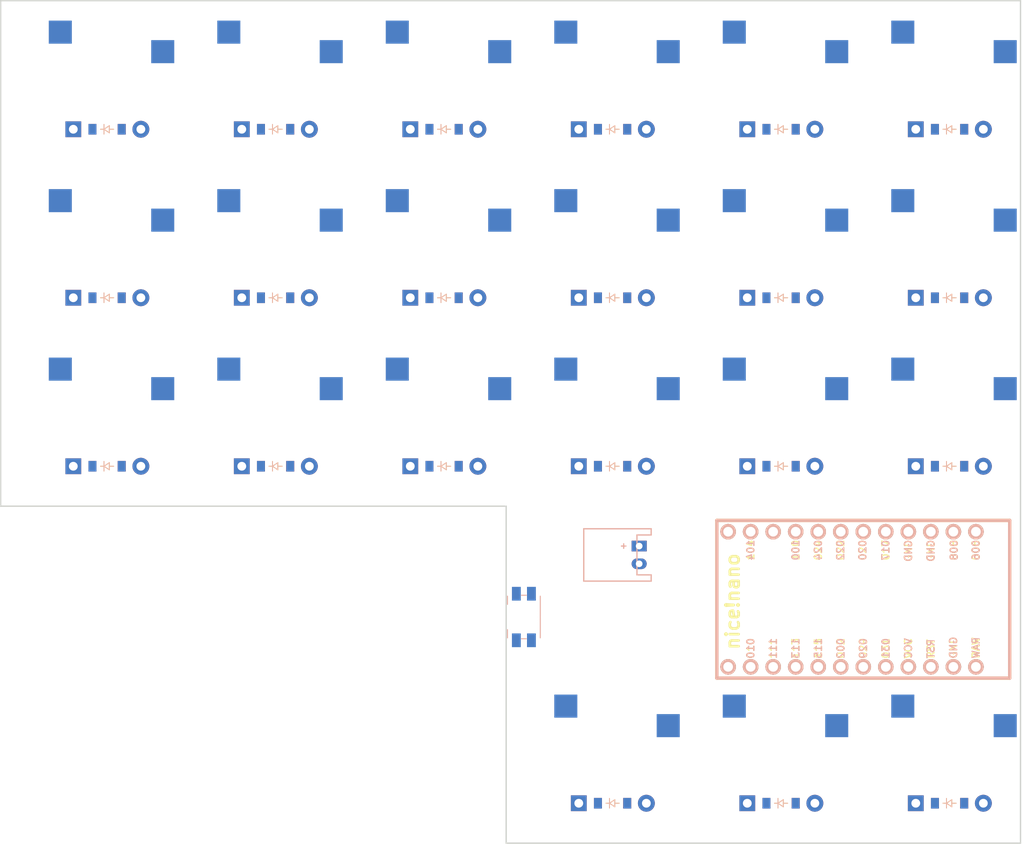
<source format=kicad_pcb>


(kicad_pcb (version 20171130) (host pcbnew 5.1.6)

  (page A3)
  (title_block
    (title "main")
    (rev "v1.0.0")
    (company "Unknown")
  )

  (general
    (thickness 1.6)
  )

  (layers
    (0 F.Cu signal)
    (31 B.Cu signal)
    (32 B.Adhes user)
    (33 F.Adhes user)
    (34 B.Paste user)
    (35 F.Paste user)
    (36 B.SilkS user)
    (37 F.SilkS user)
    (38 B.Mask user)
    (39 F.Mask user)
    (40 Dwgs.User user)
    (41 Cmts.User user)
    (42 Eco1.User user)
    (43 Eco2.User user)
    (44 Edge.Cuts user)
    (45 Margin user)
    (46 B.CrtYd user)
    (47 F.CrtYd user)
    (48 B.Fab user)
    (49 F.Fab user)
  )

  (setup
    (last_trace_width 0.25)
    (trace_clearance 0.2)
    (zone_clearance 0.508)
    (zone_45_only no)
    (trace_min 0.2)
    (via_size 0.8)
    (via_drill 0.4)
    (via_min_size 0.4)
    (via_min_drill 0.3)
    (uvia_size 0.3)
    (uvia_drill 0.1)
    (uvias_allowed no)
    (uvia_min_size 0.2)
    (uvia_min_drill 0.1)
    (edge_width 0.05)
    (segment_width 0.2)
    (pcb_text_width 0.3)
    (pcb_text_size 1.5 1.5)
    (mod_edge_width 0.12)
    (mod_text_size 1 1)
    (mod_text_width 0.15)
    (pad_size 1.524 1.524)
    (pad_drill 0.762)
    (pad_to_mask_clearance 0.05)
    (aux_axis_origin 0 0)
    (visible_elements FFFFFF7F)
    (pcbplotparams
      (layerselection 0x010fc_ffffffff)
      (usegerberextensions false)
      (usegerberattributes true)
      (usegerberadvancedattributes true)
      (creategerberjobfile true)
      (excludeedgelayer true)
      (linewidth 0.100000)
      (plotframeref false)
      (viasonmask false)
      (mode 1)
      (useauxorigin false)
      (hpglpennumber 1)
      (hpglpenspeed 20)
      (hpglpendiameter 15.000000)
      (psnegative false)
      (psa4output false)
      (plotreference true)
      (plotvalue true)
      (plotinvisibletext false)
      (padsonsilk false)
      (subtractmaskfromsilk false)
      (outputformat 1)
      (mirror false)
      (drillshape 1)
      (scaleselection 1)
      (outputdirectory ""))
  )

  (net 0 "")
(net 1 "P031")
(net 2 "outer_bottom")
(net 3 "outer_home")
(net 4 "outer_top")
(net 5 "P029")
(net 6 "pinky_bottom")
(net 7 "pinky_home")
(net 8 "pinky_top")
(net 9 "P002")
(net 10 "ring_bottom")
(net 11 "ring_home")
(net 12 "ring_top")
(net 13 "P115")
(net 14 "middle_thumb")
(net 15 "middle_bottom")
(net 16 "middle_home")
(net 17 "middle_top")
(net 18 "P113")
(net 19 "index_thumb")
(net 20 "index_bottom")
(net 21 "index_home")
(net 22 "index_top")
(net 23 "P111")
(net 24 "inner_thumb")
(net 25 "inner_bottom")
(net 26 "inner_home")
(net 27 "inner_top")
(net 28 "P017")
(net 29 "P020")
(net 30 "P022")
(net 31 "P010")
(net 32 "RAW")
(net 33 "GND")
(net 34 "RST")
(net 35 "VCC")
(net 36 "P009")
(net 37 "P006")
(net 38 "P008")
(net 39 "P024")
(net 40 "P100")
(net 41 "P011")
(net 42 "P104")
(net 43 "P106")
(net 44 "pos")

  (net_class Default "This is the default net class."
    (clearance 0.2)
    (trace_width 0.25)
    (via_dia 0.8)
    (via_drill 0.4)
    (uvia_dia 0.3)
    (uvia_drill 0.1)
    (add_net "")
(add_net "P031")
(add_net "outer_bottom")
(add_net "outer_home")
(add_net "outer_top")
(add_net "P029")
(add_net "pinky_bottom")
(add_net "pinky_home")
(add_net "pinky_top")
(add_net "P002")
(add_net "ring_bottom")
(add_net "ring_home")
(add_net "ring_top")
(add_net "P115")
(add_net "middle_thumb")
(add_net "middle_bottom")
(add_net "middle_home")
(add_net "middle_top")
(add_net "P113")
(add_net "index_thumb")
(add_net "index_bottom")
(add_net "index_home")
(add_net "index_top")
(add_net "P111")
(add_net "inner_thumb")
(add_net "inner_bottom")
(add_net "inner_home")
(add_net "inner_top")
(add_net "P017")
(add_net "P020")
(add_net "P022")
(add_net "P010")
(add_net "RAW")
(add_net "GND")
(add_net "RST")
(add_net "VCC")
(add_net "P009")
(add_net "P006")
(add_net "P008")
(add_net "P024")
(add_net "P100")
(add_net "P011")
(add_net "P104")
(add_net "P106")
(add_net "pos")
  )

  
        
      (module PG1350 (layer F.Cu) (tedit 5DD50112)
      (at 0 -38 0)

      
      (fp_text reference "S1" (at 0 0) (layer F.SilkS) hide (effects (font (size 1.27 1.27) (thickness 0.15))))
      (fp_text value "" (at 0 0) (layer F.SilkS) hide (effects (font (size 1.27 1.27) (thickness 0.15))))

      
      (fp_line (start -7 -6) (end -7 -7) (layer Dwgs.User) (width 0.15))
      (fp_line (start -7 7) (end -6 7) (layer Dwgs.User) (width 0.15))
      (fp_line (start -6 -7) (end -7 -7) (layer Dwgs.User) (width 0.15))
      (fp_line (start -7 7) (end -7 6) (layer Dwgs.User) (width 0.15))
      (fp_line (start 7 6) (end 7 7) (layer Dwgs.User) (width 0.15))
      (fp_line (start 7 -7) (end 6 -7) (layer Dwgs.User) (width 0.15))
      (fp_line (start 6 7) (end 7 7) (layer Dwgs.User) (width 0.15))
      (fp_line (start 7 -7) (end 7 -6) (layer Dwgs.User) (width 0.15))      
      
      
      (pad "" np_thru_hole circle (at 0 0) (size 3.429 3.429) (drill 3.429) (layers *.Cu *.Mask))
        
      
      (pad "" np_thru_hole circle (at 5.5 0) (size 1.7018 1.7018) (drill 1.7018) (layers *.Cu *.Mask))
      (pad "" np_thru_hole circle (at -5.5 0) (size 1.7018 1.7018) (drill 1.7018) (layers *.Cu *.Mask))
      
        
      
      (fp_line (start -9 -8.5) (end 9 -8.5) (layer Dwgs.User) (width 0.15))
      (fp_line (start 9 -8.5) (end 9 8.5) (layer Dwgs.User) (width 0.15))
      (fp_line (start 9 8.5) (end -9 8.5) (layer Dwgs.User) (width 0.15))
      (fp_line (start -9 8.5) (end -9 -8.5) (layer Dwgs.User) (width 0.15))
      
        
          
          (pad "" np_thru_hole circle (at 5 -3.75) (size 3 3) (drill 3) (layers *.Cu *.Mask))
          (pad "" np_thru_hole circle (at 0 -5.95) (size 3 3) (drill 3) (layers *.Cu *.Mask))
      
          
          (pad 1 smd rect (at -3.275 -5.95 0) (size 2.6 2.6) (layers B.Cu B.Paste B.Mask)  (net 1 "P031"))
          (pad 2 smd rect (at 8.275 -3.75 0) (size 2.6 2.6) (layers B.Cu B.Paste B.Mask)  (net 2 "outer_bottom"))
        )
        

        
      (module PG1350 (layer F.Cu) (tedit 5DD50112)
      (at 0 -57 0)

      
      (fp_text reference "S2" (at 0 0) (layer F.SilkS) hide (effects (font (size 1.27 1.27) (thickness 0.15))))
      (fp_text value "" (at 0 0) (layer F.SilkS) hide (effects (font (size 1.27 1.27) (thickness 0.15))))

      
      (fp_line (start -7 -6) (end -7 -7) (layer Dwgs.User) (width 0.15))
      (fp_line (start -7 7) (end -6 7) (layer Dwgs.User) (width 0.15))
      (fp_line (start -6 -7) (end -7 -7) (layer Dwgs.User) (width 0.15))
      (fp_line (start -7 7) (end -7 6) (layer Dwgs.User) (width 0.15))
      (fp_line (start 7 6) (end 7 7) (layer Dwgs.User) (width 0.15))
      (fp_line (start 7 -7) (end 6 -7) (layer Dwgs.User) (width 0.15))
      (fp_line (start 6 7) (end 7 7) (layer Dwgs.User) (width 0.15))
      (fp_line (start 7 -7) (end 7 -6) (layer Dwgs.User) (width 0.15))      
      
      
      (pad "" np_thru_hole circle (at 0 0) (size 3.429 3.429) (drill 3.429) (layers *.Cu *.Mask))
        
      
      (pad "" np_thru_hole circle (at 5.5 0) (size 1.7018 1.7018) (drill 1.7018) (layers *.Cu *.Mask))
      (pad "" np_thru_hole circle (at -5.5 0) (size 1.7018 1.7018) (drill 1.7018) (layers *.Cu *.Mask))
      
        
      
      (fp_line (start -9 -8.5) (end 9 -8.5) (layer Dwgs.User) (width 0.15))
      (fp_line (start 9 -8.5) (end 9 8.5) (layer Dwgs.User) (width 0.15))
      (fp_line (start 9 8.5) (end -9 8.5) (layer Dwgs.User) (width 0.15))
      (fp_line (start -9 8.5) (end -9 -8.5) (layer Dwgs.User) (width 0.15))
      
        
          
          (pad "" np_thru_hole circle (at 5 -3.75) (size 3 3) (drill 3) (layers *.Cu *.Mask))
          (pad "" np_thru_hole circle (at 0 -5.95) (size 3 3) (drill 3) (layers *.Cu *.Mask))
      
          
          (pad 1 smd rect (at -3.275 -5.95 0) (size 2.6 2.6) (layers B.Cu B.Paste B.Mask)  (net 1 "P031"))
          (pad 2 smd rect (at 8.275 -3.75 0) (size 2.6 2.6) (layers B.Cu B.Paste B.Mask)  (net 3 "outer_home"))
        )
        

        
      (module PG1350 (layer F.Cu) (tedit 5DD50112)
      (at 0 -76 0)

      
      (fp_text reference "S3" (at 0 0) (layer F.SilkS) hide (effects (font (size 1.27 1.27) (thickness 0.15))))
      (fp_text value "" (at 0 0) (layer F.SilkS) hide (effects (font (size 1.27 1.27) (thickness 0.15))))

      
      (fp_line (start -7 -6) (end -7 -7) (layer Dwgs.User) (width 0.15))
      (fp_line (start -7 7) (end -6 7) (layer Dwgs.User) (width 0.15))
      (fp_line (start -6 -7) (end -7 -7) (layer Dwgs.User) (width 0.15))
      (fp_line (start -7 7) (end -7 6) (layer Dwgs.User) (width 0.15))
      (fp_line (start 7 6) (end 7 7) (layer Dwgs.User) (width 0.15))
      (fp_line (start 7 -7) (end 6 -7) (layer Dwgs.User) (width 0.15))
      (fp_line (start 6 7) (end 7 7) (layer Dwgs.User) (width 0.15))
      (fp_line (start 7 -7) (end 7 -6) (layer Dwgs.User) (width 0.15))      
      
      
      (pad "" np_thru_hole circle (at 0 0) (size 3.429 3.429) (drill 3.429) (layers *.Cu *.Mask))
        
      
      (pad "" np_thru_hole circle (at 5.5 0) (size 1.7018 1.7018) (drill 1.7018) (layers *.Cu *.Mask))
      (pad "" np_thru_hole circle (at -5.5 0) (size 1.7018 1.7018) (drill 1.7018) (layers *.Cu *.Mask))
      
        
      
      (fp_line (start -9 -8.5) (end 9 -8.5) (layer Dwgs.User) (width 0.15))
      (fp_line (start 9 -8.5) (end 9 8.5) (layer Dwgs.User) (width 0.15))
      (fp_line (start 9 8.5) (end -9 8.5) (layer Dwgs.User) (width 0.15))
      (fp_line (start -9 8.5) (end -9 -8.5) (layer Dwgs.User) (width 0.15))
      
        
          
          (pad "" np_thru_hole circle (at 5 -3.75) (size 3 3) (drill 3) (layers *.Cu *.Mask))
          (pad "" np_thru_hole circle (at 0 -5.95) (size 3 3) (drill 3) (layers *.Cu *.Mask))
      
          
          (pad 1 smd rect (at -3.275 -5.95 0) (size 2.6 2.6) (layers B.Cu B.Paste B.Mask)  (net 1 "P031"))
          (pad 2 smd rect (at 8.275 -3.75 0) (size 2.6 2.6) (layers B.Cu B.Paste B.Mask)  (net 4 "outer_top"))
        )
        

        
      (module PG1350 (layer F.Cu) (tedit 5DD50112)
      (at 19 -38 0)

      
      (fp_text reference "S4" (at 0 0) (layer F.SilkS) hide (effects (font (size 1.27 1.27) (thickness 0.15))))
      (fp_text value "" (at 0 0) (layer F.SilkS) hide (effects (font (size 1.27 1.27) (thickness 0.15))))

      
      (fp_line (start -7 -6) (end -7 -7) (layer Dwgs.User) (width 0.15))
      (fp_line (start -7 7) (end -6 7) (layer Dwgs.User) (width 0.15))
      (fp_line (start -6 -7) (end -7 -7) (layer Dwgs.User) (width 0.15))
      (fp_line (start -7 7) (end -7 6) (layer Dwgs.User) (width 0.15))
      (fp_line (start 7 6) (end 7 7) (layer Dwgs.User) (width 0.15))
      (fp_line (start 7 -7) (end 6 -7) (layer Dwgs.User) (width 0.15))
      (fp_line (start 6 7) (end 7 7) (layer Dwgs.User) (width 0.15))
      (fp_line (start 7 -7) (end 7 -6) (layer Dwgs.User) (width 0.15))      
      
      
      (pad "" np_thru_hole circle (at 0 0) (size 3.429 3.429) (drill 3.429) (layers *.Cu *.Mask))
        
      
      (pad "" np_thru_hole circle (at 5.5 0) (size 1.7018 1.7018) (drill 1.7018) (layers *.Cu *.Mask))
      (pad "" np_thru_hole circle (at -5.5 0) (size 1.7018 1.7018) (drill 1.7018) (layers *.Cu *.Mask))
      
        
      
      (fp_line (start -9 -8.5) (end 9 -8.5) (layer Dwgs.User) (width 0.15))
      (fp_line (start 9 -8.5) (end 9 8.5) (layer Dwgs.User) (width 0.15))
      (fp_line (start 9 8.5) (end -9 8.5) (layer Dwgs.User) (width 0.15))
      (fp_line (start -9 8.5) (end -9 -8.5) (layer Dwgs.User) (width 0.15))
      
        
          
          (pad "" np_thru_hole circle (at 5 -3.75) (size 3 3) (drill 3) (layers *.Cu *.Mask))
          (pad "" np_thru_hole circle (at 0 -5.95) (size 3 3) (drill 3) (layers *.Cu *.Mask))
      
          
          (pad 1 smd rect (at -3.275 -5.95 0) (size 2.6 2.6) (layers B.Cu B.Paste B.Mask)  (net 5 "P029"))
          (pad 2 smd rect (at 8.275 -3.75 0) (size 2.6 2.6) (layers B.Cu B.Paste B.Mask)  (net 6 "pinky_bottom"))
        )
        

        
      (module PG1350 (layer F.Cu) (tedit 5DD50112)
      (at 19 -57 0)

      
      (fp_text reference "S5" (at 0 0) (layer F.SilkS) hide (effects (font (size 1.27 1.27) (thickness 0.15))))
      (fp_text value "" (at 0 0) (layer F.SilkS) hide (effects (font (size 1.27 1.27) (thickness 0.15))))

      
      (fp_line (start -7 -6) (end -7 -7) (layer Dwgs.User) (width 0.15))
      (fp_line (start -7 7) (end -6 7) (layer Dwgs.User) (width 0.15))
      (fp_line (start -6 -7) (end -7 -7) (layer Dwgs.User) (width 0.15))
      (fp_line (start -7 7) (end -7 6) (layer Dwgs.User) (width 0.15))
      (fp_line (start 7 6) (end 7 7) (layer Dwgs.User) (width 0.15))
      (fp_line (start 7 -7) (end 6 -7) (layer Dwgs.User) (width 0.15))
      (fp_line (start 6 7) (end 7 7) (layer Dwgs.User) (width 0.15))
      (fp_line (start 7 -7) (end 7 -6) (layer Dwgs.User) (width 0.15))      
      
      
      (pad "" np_thru_hole circle (at 0 0) (size 3.429 3.429) (drill 3.429) (layers *.Cu *.Mask))
        
      
      (pad "" np_thru_hole circle (at 5.5 0) (size 1.7018 1.7018) (drill 1.7018) (layers *.Cu *.Mask))
      (pad "" np_thru_hole circle (at -5.5 0) (size 1.7018 1.7018) (drill 1.7018) (layers *.Cu *.Mask))
      
        
      
      (fp_line (start -9 -8.5) (end 9 -8.5) (layer Dwgs.User) (width 0.15))
      (fp_line (start 9 -8.5) (end 9 8.5) (layer Dwgs.User) (width 0.15))
      (fp_line (start 9 8.5) (end -9 8.5) (layer Dwgs.User) (width 0.15))
      (fp_line (start -9 8.5) (end -9 -8.5) (layer Dwgs.User) (width 0.15))
      
        
          
          (pad "" np_thru_hole circle (at 5 -3.75) (size 3 3) (drill 3) (layers *.Cu *.Mask))
          (pad "" np_thru_hole circle (at 0 -5.95) (size 3 3) (drill 3) (layers *.Cu *.Mask))
      
          
          (pad 1 smd rect (at -3.275 -5.95 0) (size 2.6 2.6) (layers B.Cu B.Paste B.Mask)  (net 5 "P029"))
          (pad 2 smd rect (at 8.275 -3.75 0) (size 2.6 2.6) (layers B.Cu B.Paste B.Mask)  (net 7 "pinky_home"))
        )
        

        
      (module PG1350 (layer F.Cu) (tedit 5DD50112)
      (at 19 -76 0)

      
      (fp_text reference "S6" (at 0 0) (layer F.SilkS) hide (effects (font (size 1.27 1.27) (thickness 0.15))))
      (fp_text value "" (at 0 0) (layer F.SilkS) hide (effects (font (size 1.27 1.27) (thickness 0.15))))

      
      (fp_line (start -7 -6) (end -7 -7) (layer Dwgs.User) (width 0.15))
      (fp_line (start -7 7) (end -6 7) (layer Dwgs.User) (width 0.15))
      (fp_line (start -6 -7) (end -7 -7) (layer Dwgs.User) (width 0.15))
      (fp_line (start -7 7) (end -7 6) (layer Dwgs.User) (width 0.15))
      (fp_line (start 7 6) (end 7 7) (layer Dwgs.User) (width 0.15))
      (fp_line (start 7 -7) (end 6 -7) (layer Dwgs.User) (width 0.15))
      (fp_line (start 6 7) (end 7 7) (layer Dwgs.User) (width 0.15))
      (fp_line (start 7 -7) (end 7 -6) (layer Dwgs.User) (width 0.15))      
      
      
      (pad "" np_thru_hole circle (at 0 0) (size 3.429 3.429) (drill 3.429) (layers *.Cu *.Mask))
        
      
      (pad "" np_thru_hole circle (at 5.5 0) (size 1.7018 1.7018) (drill 1.7018) (layers *.Cu *.Mask))
      (pad "" np_thru_hole circle (at -5.5 0) (size 1.7018 1.7018) (drill 1.7018) (layers *.Cu *.Mask))
      
        
      
      (fp_line (start -9 -8.5) (end 9 -8.5) (layer Dwgs.User) (width 0.15))
      (fp_line (start 9 -8.5) (end 9 8.5) (layer Dwgs.User) (width 0.15))
      (fp_line (start 9 8.5) (end -9 8.5) (layer Dwgs.User) (width 0.15))
      (fp_line (start -9 8.5) (end -9 -8.5) (layer Dwgs.User) (width 0.15))
      
        
          
          (pad "" np_thru_hole circle (at 5 -3.75) (size 3 3) (drill 3) (layers *.Cu *.Mask))
          (pad "" np_thru_hole circle (at 0 -5.95) (size 3 3) (drill 3) (layers *.Cu *.Mask))
      
          
          (pad 1 smd rect (at -3.275 -5.95 0) (size 2.6 2.6) (layers B.Cu B.Paste B.Mask)  (net 5 "P029"))
          (pad 2 smd rect (at 8.275 -3.75 0) (size 2.6 2.6) (layers B.Cu B.Paste B.Mask)  (net 8 "pinky_top"))
        )
        

        
      (module PG1350 (layer F.Cu) (tedit 5DD50112)
      (at 38 -38 0)

      
      (fp_text reference "S7" (at 0 0) (layer F.SilkS) hide (effects (font (size 1.27 1.27) (thickness 0.15))))
      (fp_text value "" (at 0 0) (layer F.SilkS) hide (effects (font (size 1.27 1.27) (thickness 0.15))))

      
      (fp_line (start -7 -6) (end -7 -7) (layer Dwgs.User) (width 0.15))
      (fp_line (start -7 7) (end -6 7) (layer Dwgs.User) (width 0.15))
      (fp_line (start -6 -7) (end -7 -7) (layer Dwgs.User) (width 0.15))
      (fp_line (start -7 7) (end -7 6) (layer Dwgs.User) (width 0.15))
      (fp_line (start 7 6) (end 7 7) (layer Dwgs.User) (width 0.15))
      (fp_line (start 7 -7) (end 6 -7) (layer Dwgs.User) (width 0.15))
      (fp_line (start 6 7) (end 7 7) (layer Dwgs.User) (width 0.15))
      (fp_line (start 7 -7) (end 7 -6) (layer Dwgs.User) (width 0.15))      
      
      
      (pad "" np_thru_hole circle (at 0 0) (size 3.429 3.429) (drill 3.429) (layers *.Cu *.Mask))
        
      
      (pad "" np_thru_hole circle (at 5.5 0) (size 1.7018 1.7018) (drill 1.7018) (layers *.Cu *.Mask))
      (pad "" np_thru_hole circle (at -5.5 0) (size 1.7018 1.7018) (drill 1.7018) (layers *.Cu *.Mask))
      
        
      
      (fp_line (start -9 -8.5) (end 9 -8.5) (layer Dwgs.User) (width 0.15))
      (fp_line (start 9 -8.5) (end 9 8.5) (layer Dwgs.User) (width 0.15))
      (fp_line (start 9 8.5) (end -9 8.5) (layer Dwgs.User) (width 0.15))
      (fp_line (start -9 8.5) (end -9 -8.5) (layer Dwgs.User) (width 0.15))
      
        
          
          (pad "" np_thru_hole circle (at 5 -3.75) (size 3 3) (drill 3) (layers *.Cu *.Mask))
          (pad "" np_thru_hole circle (at 0 -5.95) (size 3 3) (drill 3) (layers *.Cu *.Mask))
      
          
          (pad 1 smd rect (at -3.275 -5.95 0) (size 2.6 2.6) (layers B.Cu B.Paste B.Mask)  (net 9 "P002"))
          (pad 2 smd rect (at 8.275 -3.75 0) (size 2.6 2.6) (layers B.Cu B.Paste B.Mask)  (net 10 "ring_bottom"))
        )
        

        
      (module PG1350 (layer F.Cu) (tedit 5DD50112)
      (at 38 -57 0)

      
      (fp_text reference "S8" (at 0 0) (layer F.SilkS) hide (effects (font (size 1.27 1.27) (thickness 0.15))))
      (fp_text value "" (at 0 0) (layer F.SilkS) hide (effects (font (size 1.27 1.27) (thickness 0.15))))

      
      (fp_line (start -7 -6) (end -7 -7) (layer Dwgs.User) (width 0.15))
      (fp_line (start -7 7) (end -6 7) (layer Dwgs.User) (width 0.15))
      (fp_line (start -6 -7) (end -7 -7) (layer Dwgs.User) (width 0.15))
      (fp_line (start -7 7) (end -7 6) (layer Dwgs.User) (width 0.15))
      (fp_line (start 7 6) (end 7 7) (layer Dwgs.User) (width 0.15))
      (fp_line (start 7 -7) (end 6 -7) (layer Dwgs.User) (width 0.15))
      (fp_line (start 6 7) (end 7 7) (layer Dwgs.User) (width 0.15))
      (fp_line (start 7 -7) (end 7 -6) (layer Dwgs.User) (width 0.15))      
      
      
      (pad "" np_thru_hole circle (at 0 0) (size 3.429 3.429) (drill 3.429) (layers *.Cu *.Mask))
        
      
      (pad "" np_thru_hole circle (at 5.5 0) (size 1.7018 1.7018) (drill 1.7018) (layers *.Cu *.Mask))
      (pad "" np_thru_hole circle (at -5.5 0) (size 1.7018 1.7018) (drill 1.7018) (layers *.Cu *.Mask))
      
        
      
      (fp_line (start -9 -8.5) (end 9 -8.5) (layer Dwgs.User) (width 0.15))
      (fp_line (start 9 -8.5) (end 9 8.5) (layer Dwgs.User) (width 0.15))
      (fp_line (start 9 8.5) (end -9 8.5) (layer Dwgs.User) (width 0.15))
      (fp_line (start -9 8.5) (end -9 -8.5) (layer Dwgs.User) (width 0.15))
      
        
          
          (pad "" np_thru_hole circle (at 5 -3.75) (size 3 3) (drill 3) (layers *.Cu *.Mask))
          (pad "" np_thru_hole circle (at 0 -5.95) (size 3 3) (drill 3) (layers *.Cu *.Mask))
      
          
          (pad 1 smd rect (at -3.275 -5.95 0) (size 2.6 2.6) (layers B.Cu B.Paste B.Mask)  (net 9 "P002"))
          (pad 2 smd rect (at 8.275 -3.75 0) (size 2.6 2.6) (layers B.Cu B.Paste B.Mask)  (net 11 "ring_home"))
        )
        

        
      (module PG1350 (layer F.Cu) (tedit 5DD50112)
      (at 38 -76 0)

      
      (fp_text reference "S9" (at 0 0) (layer F.SilkS) hide (effects (font (size 1.27 1.27) (thickness 0.15))))
      (fp_text value "" (at 0 0) (layer F.SilkS) hide (effects (font (size 1.27 1.27) (thickness 0.15))))

      
      (fp_line (start -7 -6) (end -7 -7) (layer Dwgs.User) (width 0.15))
      (fp_line (start -7 7) (end -6 7) (layer Dwgs.User) (width 0.15))
      (fp_line (start -6 -7) (end -7 -7) (layer Dwgs.User) (width 0.15))
      (fp_line (start -7 7) (end -7 6) (layer Dwgs.User) (width 0.15))
      (fp_line (start 7 6) (end 7 7) (layer Dwgs.User) (width 0.15))
      (fp_line (start 7 -7) (end 6 -7) (layer Dwgs.User) (width 0.15))
      (fp_line (start 6 7) (end 7 7) (layer Dwgs.User) (width 0.15))
      (fp_line (start 7 -7) (end 7 -6) (layer Dwgs.User) (width 0.15))      
      
      
      (pad "" np_thru_hole circle (at 0 0) (size 3.429 3.429) (drill 3.429) (layers *.Cu *.Mask))
        
      
      (pad "" np_thru_hole circle (at 5.5 0) (size 1.7018 1.7018) (drill 1.7018) (layers *.Cu *.Mask))
      (pad "" np_thru_hole circle (at -5.5 0) (size 1.7018 1.7018) (drill 1.7018) (layers *.Cu *.Mask))
      
        
      
      (fp_line (start -9 -8.5) (end 9 -8.5) (layer Dwgs.User) (width 0.15))
      (fp_line (start 9 -8.5) (end 9 8.5) (layer Dwgs.User) (width 0.15))
      (fp_line (start 9 8.5) (end -9 8.5) (layer Dwgs.User) (width 0.15))
      (fp_line (start -9 8.5) (end -9 -8.5) (layer Dwgs.User) (width 0.15))
      
        
          
          (pad "" np_thru_hole circle (at 5 -3.75) (size 3 3) (drill 3) (layers *.Cu *.Mask))
          (pad "" np_thru_hole circle (at 0 -5.95) (size 3 3) (drill 3) (layers *.Cu *.Mask))
      
          
          (pad 1 smd rect (at -3.275 -5.95 0) (size 2.6 2.6) (layers B.Cu B.Paste B.Mask)  (net 9 "P002"))
          (pad 2 smd rect (at 8.275 -3.75 0) (size 2.6 2.6) (layers B.Cu B.Paste B.Mask)  (net 12 "ring_top"))
        )
        

        
      (module PG1350 (layer F.Cu) (tedit 5DD50112)
      (at 57 0 0)

      
      (fp_text reference "S10" (at 0 0) (layer F.SilkS) hide (effects (font (size 1.27 1.27) (thickness 0.15))))
      (fp_text value "" (at 0 0) (layer F.SilkS) hide (effects (font (size 1.27 1.27) (thickness 0.15))))

      
      (fp_line (start -7 -6) (end -7 -7) (layer Dwgs.User) (width 0.15))
      (fp_line (start -7 7) (end -6 7) (layer Dwgs.User) (width 0.15))
      (fp_line (start -6 -7) (end -7 -7) (layer Dwgs.User) (width 0.15))
      (fp_line (start -7 7) (end -7 6) (layer Dwgs.User) (width 0.15))
      (fp_line (start 7 6) (end 7 7) (layer Dwgs.User) (width 0.15))
      (fp_line (start 7 -7) (end 6 -7) (layer Dwgs.User) (width 0.15))
      (fp_line (start 6 7) (end 7 7) (layer Dwgs.User) (width 0.15))
      (fp_line (start 7 -7) (end 7 -6) (layer Dwgs.User) (width 0.15))      
      
      
      (pad "" np_thru_hole circle (at 0 0) (size 3.429 3.429) (drill 3.429) (layers *.Cu *.Mask))
        
      
      (pad "" np_thru_hole circle (at 5.5 0) (size 1.7018 1.7018) (drill 1.7018) (layers *.Cu *.Mask))
      (pad "" np_thru_hole circle (at -5.5 0) (size 1.7018 1.7018) (drill 1.7018) (layers *.Cu *.Mask))
      
        
      
      (fp_line (start -9 -8.5) (end 9 -8.5) (layer Dwgs.User) (width 0.15))
      (fp_line (start 9 -8.5) (end 9 8.5) (layer Dwgs.User) (width 0.15))
      (fp_line (start 9 8.5) (end -9 8.5) (layer Dwgs.User) (width 0.15))
      (fp_line (start -9 8.5) (end -9 -8.5) (layer Dwgs.User) (width 0.15))
      
        
          
          (pad "" np_thru_hole circle (at 5 -3.75) (size 3 3) (drill 3) (layers *.Cu *.Mask))
          (pad "" np_thru_hole circle (at 0 -5.95) (size 3 3) (drill 3) (layers *.Cu *.Mask))
      
          
          (pad 1 smd rect (at -3.275 -5.95 0) (size 2.6 2.6) (layers B.Cu B.Paste B.Mask)  (net 13 "P115"))
          (pad 2 smd rect (at 8.275 -3.75 0) (size 2.6 2.6) (layers B.Cu B.Paste B.Mask)  (net 14 "middle_thumb"))
        )
        

        
      (module PG1350 (layer F.Cu) (tedit 5DD50112)
      (at 57 -38 0)

      
      (fp_text reference "S11" (at 0 0) (layer F.SilkS) hide (effects (font (size 1.27 1.27) (thickness 0.15))))
      (fp_text value "" (at 0 0) (layer F.SilkS) hide (effects (font (size 1.27 1.27) (thickness 0.15))))

      
      (fp_line (start -7 -6) (end -7 -7) (layer Dwgs.User) (width 0.15))
      (fp_line (start -7 7) (end -6 7) (layer Dwgs.User) (width 0.15))
      (fp_line (start -6 -7) (end -7 -7) (layer Dwgs.User) (width 0.15))
      (fp_line (start -7 7) (end -7 6) (layer Dwgs.User) (width 0.15))
      (fp_line (start 7 6) (end 7 7) (layer Dwgs.User) (width 0.15))
      (fp_line (start 7 -7) (end 6 -7) (layer Dwgs.User) (width 0.15))
      (fp_line (start 6 7) (end 7 7) (layer Dwgs.User) (width 0.15))
      (fp_line (start 7 -7) (end 7 -6) (layer Dwgs.User) (width 0.15))      
      
      
      (pad "" np_thru_hole circle (at 0 0) (size 3.429 3.429) (drill 3.429) (layers *.Cu *.Mask))
        
      
      (pad "" np_thru_hole circle (at 5.5 0) (size 1.7018 1.7018) (drill 1.7018) (layers *.Cu *.Mask))
      (pad "" np_thru_hole circle (at -5.5 0) (size 1.7018 1.7018) (drill 1.7018) (layers *.Cu *.Mask))
      
        
      
      (fp_line (start -9 -8.5) (end 9 -8.5) (layer Dwgs.User) (width 0.15))
      (fp_line (start 9 -8.5) (end 9 8.5) (layer Dwgs.User) (width 0.15))
      (fp_line (start 9 8.5) (end -9 8.5) (layer Dwgs.User) (width 0.15))
      (fp_line (start -9 8.5) (end -9 -8.5) (layer Dwgs.User) (width 0.15))
      
        
          
          (pad "" np_thru_hole circle (at 5 -3.75) (size 3 3) (drill 3) (layers *.Cu *.Mask))
          (pad "" np_thru_hole circle (at 0 -5.95) (size 3 3) (drill 3) (layers *.Cu *.Mask))
      
          
          (pad 1 smd rect (at -3.275 -5.95 0) (size 2.6 2.6) (layers B.Cu B.Paste B.Mask)  (net 13 "P115"))
          (pad 2 smd rect (at 8.275 -3.75 0) (size 2.6 2.6) (layers B.Cu B.Paste B.Mask)  (net 15 "middle_bottom"))
        )
        

        
      (module PG1350 (layer F.Cu) (tedit 5DD50112)
      (at 57 -57 0)

      
      (fp_text reference "S12" (at 0 0) (layer F.SilkS) hide (effects (font (size 1.27 1.27) (thickness 0.15))))
      (fp_text value "" (at 0 0) (layer F.SilkS) hide (effects (font (size 1.27 1.27) (thickness 0.15))))

      
      (fp_line (start -7 -6) (end -7 -7) (layer Dwgs.User) (width 0.15))
      (fp_line (start -7 7) (end -6 7) (layer Dwgs.User) (width 0.15))
      (fp_line (start -6 -7) (end -7 -7) (layer Dwgs.User) (width 0.15))
      (fp_line (start -7 7) (end -7 6) (layer Dwgs.User) (width 0.15))
      (fp_line (start 7 6) (end 7 7) (layer Dwgs.User) (width 0.15))
      (fp_line (start 7 -7) (end 6 -7) (layer Dwgs.User) (width 0.15))
      (fp_line (start 6 7) (end 7 7) (layer Dwgs.User) (width 0.15))
      (fp_line (start 7 -7) (end 7 -6) (layer Dwgs.User) (width 0.15))      
      
      
      (pad "" np_thru_hole circle (at 0 0) (size 3.429 3.429) (drill 3.429) (layers *.Cu *.Mask))
        
      
      (pad "" np_thru_hole circle (at 5.5 0) (size 1.7018 1.7018) (drill 1.7018) (layers *.Cu *.Mask))
      (pad "" np_thru_hole circle (at -5.5 0) (size 1.7018 1.7018) (drill 1.7018) (layers *.Cu *.Mask))
      
        
      
      (fp_line (start -9 -8.5) (end 9 -8.5) (layer Dwgs.User) (width 0.15))
      (fp_line (start 9 -8.5) (end 9 8.5) (layer Dwgs.User) (width 0.15))
      (fp_line (start 9 8.5) (end -9 8.5) (layer Dwgs.User) (width 0.15))
      (fp_line (start -9 8.5) (end -9 -8.5) (layer Dwgs.User) (width 0.15))
      
        
          
          (pad "" np_thru_hole circle (at 5 -3.75) (size 3 3) (drill 3) (layers *.Cu *.Mask))
          (pad "" np_thru_hole circle (at 0 -5.95) (size 3 3) (drill 3) (layers *.Cu *.Mask))
      
          
          (pad 1 smd rect (at -3.275 -5.95 0) (size 2.6 2.6) (layers B.Cu B.Paste B.Mask)  (net 13 "P115"))
          (pad 2 smd rect (at 8.275 -3.75 0) (size 2.6 2.6) (layers B.Cu B.Paste B.Mask)  (net 16 "middle_home"))
        )
        

        
      (module PG1350 (layer F.Cu) (tedit 5DD50112)
      (at 57 -76 0)

      
      (fp_text reference "S13" (at 0 0) (layer F.SilkS) hide (effects (font (size 1.27 1.27) (thickness 0.15))))
      (fp_text value "" (at 0 0) (layer F.SilkS) hide (effects (font (size 1.27 1.27) (thickness 0.15))))

      
      (fp_line (start -7 -6) (end -7 -7) (layer Dwgs.User) (width 0.15))
      (fp_line (start -7 7) (end -6 7) (layer Dwgs.User) (width 0.15))
      (fp_line (start -6 -7) (end -7 -7) (layer Dwgs.User) (width 0.15))
      (fp_line (start -7 7) (end -7 6) (layer Dwgs.User) (width 0.15))
      (fp_line (start 7 6) (end 7 7) (layer Dwgs.User) (width 0.15))
      (fp_line (start 7 -7) (end 6 -7) (layer Dwgs.User) (width 0.15))
      (fp_line (start 6 7) (end 7 7) (layer Dwgs.User) (width 0.15))
      (fp_line (start 7 -7) (end 7 -6) (layer Dwgs.User) (width 0.15))      
      
      
      (pad "" np_thru_hole circle (at 0 0) (size 3.429 3.429) (drill 3.429) (layers *.Cu *.Mask))
        
      
      (pad "" np_thru_hole circle (at 5.5 0) (size 1.7018 1.7018) (drill 1.7018) (layers *.Cu *.Mask))
      (pad "" np_thru_hole circle (at -5.5 0) (size 1.7018 1.7018) (drill 1.7018) (layers *.Cu *.Mask))
      
        
      
      (fp_line (start -9 -8.5) (end 9 -8.5) (layer Dwgs.User) (width 0.15))
      (fp_line (start 9 -8.5) (end 9 8.5) (layer Dwgs.User) (width 0.15))
      (fp_line (start 9 8.5) (end -9 8.5) (layer Dwgs.User) (width 0.15))
      (fp_line (start -9 8.5) (end -9 -8.5) (layer Dwgs.User) (width 0.15))
      
        
          
          (pad "" np_thru_hole circle (at 5 -3.75) (size 3 3) (drill 3) (layers *.Cu *.Mask))
          (pad "" np_thru_hole circle (at 0 -5.95) (size 3 3) (drill 3) (layers *.Cu *.Mask))
      
          
          (pad 1 smd rect (at -3.275 -5.95 0) (size 2.6 2.6) (layers B.Cu B.Paste B.Mask)  (net 13 "P115"))
          (pad 2 smd rect (at 8.275 -3.75 0) (size 2.6 2.6) (layers B.Cu B.Paste B.Mask)  (net 17 "middle_top"))
        )
        

        
      (module PG1350 (layer F.Cu) (tedit 5DD50112)
      (at 76 0 0)

      
      (fp_text reference "S14" (at 0 0) (layer F.SilkS) hide (effects (font (size 1.27 1.27) (thickness 0.15))))
      (fp_text value "" (at 0 0) (layer F.SilkS) hide (effects (font (size 1.27 1.27) (thickness 0.15))))

      
      (fp_line (start -7 -6) (end -7 -7) (layer Dwgs.User) (width 0.15))
      (fp_line (start -7 7) (end -6 7) (layer Dwgs.User) (width 0.15))
      (fp_line (start -6 -7) (end -7 -7) (layer Dwgs.User) (width 0.15))
      (fp_line (start -7 7) (end -7 6) (layer Dwgs.User) (width 0.15))
      (fp_line (start 7 6) (end 7 7) (layer Dwgs.User) (width 0.15))
      (fp_line (start 7 -7) (end 6 -7) (layer Dwgs.User) (width 0.15))
      (fp_line (start 6 7) (end 7 7) (layer Dwgs.User) (width 0.15))
      (fp_line (start 7 -7) (end 7 -6) (layer Dwgs.User) (width 0.15))      
      
      
      (pad "" np_thru_hole circle (at 0 0) (size 3.429 3.429) (drill 3.429) (layers *.Cu *.Mask))
        
      
      (pad "" np_thru_hole circle (at 5.5 0) (size 1.7018 1.7018) (drill 1.7018) (layers *.Cu *.Mask))
      (pad "" np_thru_hole circle (at -5.5 0) (size 1.7018 1.7018) (drill 1.7018) (layers *.Cu *.Mask))
      
        
      
      (fp_line (start -9 -8.5) (end 9 -8.5) (layer Dwgs.User) (width 0.15))
      (fp_line (start 9 -8.5) (end 9 8.5) (layer Dwgs.User) (width 0.15))
      (fp_line (start 9 8.5) (end -9 8.5) (layer Dwgs.User) (width 0.15))
      (fp_line (start -9 8.5) (end -9 -8.5) (layer Dwgs.User) (width 0.15))
      
        
          
          (pad "" np_thru_hole circle (at 5 -3.75) (size 3 3) (drill 3) (layers *.Cu *.Mask))
          (pad "" np_thru_hole circle (at 0 -5.95) (size 3 3) (drill 3) (layers *.Cu *.Mask))
      
          
          (pad 1 smd rect (at -3.275 -5.95 0) (size 2.6 2.6) (layers B.Cu B.Paste B.Mask)  (net 18 "P113"))
          (pad 2 smd rect (at 8.275 -3.75 0) (size 2.6 2.6) (layers B.Cu B.Paste B.Mask)  (net 19 "index_thumb"))
        )
        

        
      (module PG1350 (layer F.Cu) (tedit 5DD50112)
      (at 76 -38 0)

      
      (fp_text reference "S15" (at 0 0) (layer F.SilkS) hide (effects (font (size 1.27 1.27) (thickness 0.15))))
      (fp_text value "" (at 0 0) (layer F.SilkS) hide (effects (font (size 1.27 1.27) (thickness 0.15))))

      
      (fp_line (start -7 -6) (end -7 -7) (layer Dwgs.User) (width 0.15))
      (fp_line (start -7 7) (end -6 7) (layer Dwgs.User) (width 0.15))
      (fp_line (start -6 -7) (end -7 -7) (layer Dwgs.User) (width 0.15))
      (fp_line (start -7 7) (end -7 6) (layer Dwgs.User) (width 0.15))
      (fp_line (start 7 6) (end 7 7) (layer Dwgs.User) (width 0.15))
      (fp_line (start 7 -7) (end 6 -7) (layer Dwgs.User) (width 0.15))
      (fp_line (start 6 7) (end 7 7) (layer Dwgs.User) (width 0.15))
      (fp_line (start 7 -7) (end 7 -6) (layer Dwgs.User) (width 0.15))      
      
      
      (pad "" np_thru_hole circle (at 0 0) (size 3.429 3.429) (drill 3.429) (layers *.Cu *.Mask))
        
      
      (pad "" np_thru_hole circle (at 5.5 0) (size 1.7018 1.7018) (drill 1.7018) (layers *.Cu *.Mask))
      (pad "" np_thru_hole circle (at -5.5 0) (size 1.7018 1.7018) (drill 1.7018) (layers *.Cu *.Mask))
      
        
      
      (fp_line (start -9 -8.5) (end 9 -8.5) (layer Dwgs.User) (width 0.15))
      (fp_line (start 9 -8.5) (end 9 8.5) (layer Dwgs.User) (width 0.15))
      (fp_line (start 9 8.5) (end -9 8.5) (layer Dwgs.User) (width 0.15))
      (fp_line (start -9 8.5) (end -9 -8.5) (layer Dwgs.User) (width 0.15))
      
        
          
          (pad "" np_thru_hole circle (at 5 -3.75) (size 3 3) (drill 3) (layers *.Cu *.Mask))
          (pad "" np_thru_hole circle (at 0 -5.95) (size 3 3) (drill 3) (layers *.Cu *.Mask))
      
          
          (pad 1 smd rect (at -3.275 -5.95 0) (size 2.6 2.6) (layers B.Cu B.Paste B.Mask)  (net 18 "P113"))
          (pad 2 smd rect (at 8.275 -3.75 0) (size 2.6 2.6) (layers B.Cu B.Paste B.Mask)  (net 20 "index_bottom"))
        )
        

        
      (module PG1350 (layer F.Cu) (tedit 5DD50112)
      (at 76 -57 0)

      
      (fp_text reference "S16" (at 0 0) (layer F.SilkS) hide (effects (font (size 1.27 1.27) (thickness 0.15))))
      (fp_text value "" (at 0 0) (layer F.SilkS) hide (effects (font (size 1.27 1.27) (thickness 0.15))))

      
      (fp_line (start -7 -6) (end -7 -7) (layer Dwgs.User) (width 0.15))
      (fp_line (start -7 7) (end -6 7) (layer Dwgs.User) (width 0.15))
      (fp_line (start -6 -7) (end -7 -7) (layer Dwgs.User) (width 0.15))
      (fp_line (start -7 7) (end -7 6) (layer Dwgs.User) (width 0.15))
      (fp_line (start 7 6) (end 7 7) (layer Dwgs.User) (width 0.15))
      (fp_line (start 7 -7) (end 6 -7) (layer Dwgs.User) (width 0.15))
      (fp_line (start 6 7) (end 7 7) (layer Dwgs.User) (width 0.15))
      (fp_line (start 7 -7) (end 7 -6) (layer Dwgs.User) (width 0.15))      
      
      
      (pad "" np_thru_hole circle (at 0 0) (size 3.429 3.429) (drill 3.429) (layers *.Cu *.Mask))
        
      
      (pad "" np_thru_hole circle (at 5.5 0) (size 1.7018 1.7018) (drill 1.7018) (layers *.Cu *.Mask))
      (pad "" np_thru_hole circle (at -5.5 0) (size 1.7018 1.7018) (drill 1.7018) (layers *.Cu *.Mask))
      
        
      
      (fp_line (start -9 -8.5) (end 9 -8.5) (layer Dwgs.User) (width 0.15))
      (fp_line (start 9 -8.5) (end 9 8.5) (layer Dwgs.User) (width 0.15))
      (fp_line (start 9 8.5) (end -9 8.5) (layer Dwgs.User) (width 0.15))
      (fp_line (start -9 8.5) (end -9 -8.5) (layer Dwgs.User) (width 0.15))
      
        
          
          (pad "" np_thru_hole circle (at 5 -3.75) (size 3 3) (drill 3) (layers *.Cu *.Mask))
          (pad "" np_thru_hole circle (at 0 -5.95) (size 3 3) (drill 3) (layers *.Cu *.Mask))
      
          
          (pad 1 smd rect (at -3.275 -5.95 0) (size 2.6 2.6) (layers B.Cu B.Paste B.Mask)  (net 18 "P113"))
          (pad 2 smd rect (at 8.275 -3.75 0) (size 2.6 2.6) (layers B.Cu B.Paste B.Mask)  (net 21 "index_home"))
        )
        

        
      (module PG1350 (layer F.Cu) (tedit 5DD50112)
      (at 76 -76 0)

      
      (fp_text reference "S17" (at 0 0) (layer F.SilkS) hide (effects (font (size 1.27 1.27) (thickness 0.15))))
      (fp_text value "" (at 0 0) (layer F.SilkS) hide (effects (font (size 1.27 1.27) (thickness 0.15))))

      
      (fp_line (start -7 -6) (end -7 -7) (layer Dwgs.User) (width 0.15))
      (fp_line (start -7 7) (end -6 7) (layer Dwgs.User) (width 0.15))
      (fp_line (start -6 -7) (end -7 -7) (layer Dwgs.User) (width 0.15))
      (fp_line (start -7 7) (end -7 6) (layer Dwgs.User) (width 0.15))
      (fp_line (start 7 6) (end 7 7) (layer Dwgs.User) (width 0.15))
      (fp_line (start 7 -7) (end 6 -7) (layer Dwgs.User) (width 0.15))
      (fp_line (start 6 7) (end 7 7) (layer Dwgs.User) (width 0.15))
      (fp_line (start 7 -7) (end 7 -6) (layer Dwgs.User) (width 0.15))      
      
      
      (pad "" np_thru_hole circle (at 0 0) (size 3.429 3.429) (drill 3.429) (layers *.Cu *.Mask))
        
      
      (pad "" np_thru_hole circle (at 5.5 0) (size 1.7018 1.7018) (drill 1.7018) (layers *.Cu *.Mask))
      (pad "" np_thru_hole circle (at -5.5 0) (size 1.7018 1.7018) (drill 1.7018) (layers *.Cu *.Mask))
      
        
      
      (fp_line (start -9 -8.5) (end 9 -8.5) (layer Dwgs.User) (width 0.15))
      (fp_line (start 9 -8.5) (end 9 8.5) (layer Dwgs.User) (width 0.15))
      (fp_line (start 9 8.5) (end -9 8.5) (layer Dwgs.User) (width 0.15))
      (fp_line (start -9 8.5) (end -9 -8.5) (layer Dwgs.User) (width 0.15))
      
        
          
          (pad "" np_thru_hole circle (at 5 -3.75) (size 3 3) (drill 3) (layers *.Cu *.Mask))
          (pad "" np_thru_hole circle (at 0 -5.95) (size 3 3) (drill 3) (layers *.Cu *.Mask))
      
          
          (pad 1 smd rect (at -3.275 -5.95 0) (size 2.6 2.6) (layers B.Cu B.Paste B.Mask)  (net 18 "P113"))
          (pad 2 smd rect (at 8.275 -3.75 0) (size 2.6 2.6) (layers B.Cu B.Paste B.Mask)  (net 22 "index_top"))
        )
        

        
      (module PG1350 (layer F.Cu) (tedit 5DD50112)
      (at 95 0 0)

      
      (fp_text reference "S18" (at 0 0) (layer F.SilkS) hide (effects (font (size 1.27 1.27) (thickness 0.15))))
      (fp_text value "" (at 0 0) (layer F.SilkS) hide (effects (font (size 1.27 1.27) (thickness 0.15))))

      
      (fp_line (start -7 -6) (end -7 -7) (layer Dwgs.User) (width 0.15))
      (fp_line (start -7 7) (end -6 7) (layer Dwgs.User) (width 0.15))
      (fp_line (start -6 -7) (end -7 -7) (layer Dwgs.User) (width 0.15))
      (fp_line (start -7 7) (end -7 6) (layer Dwgs.User) (width 0.15))
      (fp_line (start 7 6) (end 7 7) (layer Dwgs.User) (width 0.15))
      (fp_line (start 7 -7) (end 6 -7) (layer Dwgs.User) (width 0.15))
      (fp_line (start 6 7) (end 7 7) (layer Dwgs.User) (width 0.15))
      (fp_line (start 7 -7) (end 7 -6) (layer Dwgs.User) (width 0.15))      
      
      
      (pad "" np_thru_hole circle (at 0 0) (size 3.429 3.429) (drill 3.429) (layers *.Cu *.Mask))
        
      
      (pad "" np_thru_hole circle (at 5.5 0) (size 1.7018 1.7018) (drill 1.7018) (layers *.Cu *.Mask))
      (pad "" np_thru_hole circle (at -5.5 0) (size 1.7018 1.7018) (drill 1.7018) (layers *.Cu *.Mask))
      
        
      
      (fp_line (start -9 -8.5) (end 9 -8.5) (layer Dwgs.User) (width 0.15))
      (fp_line (start 9 -8.5) (end 9 8.5) (layer Dwgs.User) (width 0.15))
      (fp_line (start 9 8.5) (end -9 8.5) (layer Dwgs.User) (width 0.15))
      (fp_line (start -9 8.5) (end -9 -8.5) (layer Dwgs.User) (width 0.15))
      
        
          
          (pad "" np_thru_hole circle (at 5 -3.75) (size 3 3) (drill 3) (layers *.Cu *.Mask))
          (pad "" np_thru_hole circle (at 0 -5.95) (size 3 3) (drill 3) (layers *.Cu *.Mask))
      
          
          (pad 1 smd rect (at -3.275 -5.95 0) (size 2.6 2.6) (layers B.Cu B.Paste B.Mask)  (net 23 "P111"))
          (pad 2 smd rect (at 8.275 -3.75 0) (size 2.6 2.6) (layers B.Cu B.Paste B.Mask)  (net 24 "inner_thumb"))
        )
        

        
      (module PG1350 (layer F.Cu) (tedit 5DD50112)
      (at 95 -38 0)

      
      (fp_text reference "S19" (at 0 0) (layer F.SilkS) hide (effects (font (size 1.27 1.27) (thickness 0.15))))
      (fp_text value "" (at 0 0) (layer F.SilkS) hide (effects (font (size 1.27 1.27) (thickness 0.15))))

      
      (fp_line (start -7 -6) (end -7 -7) (layer Dwgs.User) (width 0.15))
      (fp_line (start -7 7) (end -6 7) (layer Dwgs.User) (width 0.15))
      (fp_line (start -6 -7) (end -7 -7) (layer Dwgs.User) (width 0.15))
      (fp_line (start -7 7) (end -7 6) (layer Dwgs.User) (width 0.15))
      (fp_line (start 7 6) (end 7 7) (layer Dwgs.User) (width 0.15))
      (fp_line (start 7 -7) (end 6 -7) (layer Dwgs.User) (width 0.15))
      (fp_line (start 6 7) (end 7 7) (layer Dwgs.User) (width 0.15))
      (fp_line (start 7 -7) (end 7 -6) (layer Dwgs.User) (width 0.15))      
      
      
      (pad "" np_thru_hole circle (at 0 0) (size 3.429 3.429) (drill 3.429) (layers *.Cu *.Mask))
        
      
      (pad "" np_thru_hole circle (at 5.5 0) (size 1.7018 1.7018) (drill 1.7018) (layers *.Cu *.Mask))
      (pad "" np_thru_hole circle (at -5.5 0) (size 1.7018 1.7018) (drill 1.7018) (layers *.Cu *.Mask))
      
        
      
      (fp_line (start -9 -8.5) (end 9 -8.5) (layer Dwgs.User) (width 0.15))
      (fp_line (start 9 -8.5) (end 9 8.5) (layer Dwgs.User) (width 0.15))
      (fp_line (start 9 8.5) (end -9 8.5) (layer Dwgs.User) (width 0.15))
      (fp_line (start -9 8.5) (end -9 -8.5) (layer Dwgs.User) (width 0.15))
      
        
          
          (pad "" np_thru_hole circle (at 5 -3.75) (size 3 3) (drill 3) (layers *.Cu *.Mask))
          (pad "" np_thru_hole circle (at 0 -5.95) (size 3 3) (drill 3) (layers *.Cu *.Mask))
      
          
          (pad 1 smd rect (at -3.275 -5.95 0) (size 2.6 2.6) (layers B.Cu B.Paste B.Mask)  (net 23 "P111"))
          (pad 2 smd rect (at 8.275 -3.75 0) (size 2.6 2.6) (layers B.Cu B.Paste B.Mask)  (net 25 "inner_bottom"))
        )
        

        
      (module PG1350 (layer F.Cu) (tedit 5DD50112)
      (at 95 -57 0)

      
      (fp_text reference "S20" (at 0 0) (layer F.SilkS) hide (effects (font (size 1.27 1.27) (thickness 0.15))))
      (fp_text value "" (at 0 0) (layer F.SilkS) hide (effects (font (size 1.27 1.27) (thickness 0.15))))

      
      (fp_line (start -7 -6) (end -7 -7) (layer Dwgs.User) (width 0.15))
      (fp_line (start -7 7) (end -6 7) (layer Dwgs.User) (width 0.15))
      (fp_line (start -6 -7) (end -7 -7) (layer Dwgs.User) (width 0.15))
      (fp_line (start -7 7) (end -7 6) (layer Dwgs.User) (width 0.15))
      (fp_line (start 7 6) (end 7 7) (layer Dwgs.User) (width 0.15))
      (fp_line (start 7 -7) (end 6 -7) (layer Dwgs.User) (width 0.15))
      (fp_line (start 6 7) (end 7 7) (layer Dwgs.User) (width 0.15))
      (fp_line (start 7 -7) (end 7 -6) (layer Dwgs.User) (width 0.15))      
      
      
      (pad "" np_thru_hole circle (at 0 0) (size 3.429 3.429) (drill 3.429) (layers *.Cu *.Mask))
        
      
      (pad "" np_thru_hole circle (at 5.5 0) (size 1.7018 1.7018) (drill 1.7018) (layers *.Cu *.Mask))
      (pad "" np_thru_hole circle (at -5.5 0) (size 1.7018 1.7018) (drill 1.7018) (layers *.Cu *.Mask))
      
        
      
      (fp_line (start -9 -8.5) (end 9 -8.5) (layer Dwgs.User) (width 0.15))
      (fp_line (start 9 -8.5) (end 9 8.5) (layer Dwgs.User) (width 0.15))
      (fp_line (start 9 8.5) (end -9 8.5) (layer Dwgs.User) (width 0.15))
      (fp_line (start -9 8.5) (end -9 -8.5) (layer Dwgs.User) (width 0.15))
      
        
          
          (pad "" np_thru_hole circle (at 5 -3.75) (size 3 3) (drill 3) (layers *.Cu *.Mask))
          (pad "" np_thru_hole circle (at 0 -5.95) (size 3 3) (drill 3) (layers *.Cu *.Mask))
      
          
          (pad 1 smd rect (at -3.275 -5.95 0) (size 2.6 2.6) (layers B.Cu B.Paste B.Mask)  (net 23 "P111"))
          (pad 2 smd rect (at 8.275 -3.75 0) (size 2.6 2.6) (layers B.Cu B.Paste B.Mask)  (net 26 "inner_home"))
        )
        

        
      (module PG1350 (layer F.Cu) (tedit 5DD50112)
      (at 95 -76 0)

      
      (fp_text reference "S21" (at 0 0) (layer F.SilkS) hide (effects (font (size 1.27 1.27) (thickness 0.15))))
      (fp_text value "" (at 0 0) (layer F.SilkS) hide (effects (font (size 1.27 1.27) (thickness 0.15))))

      
      (fp_line (start -7 -6) (end -7 -7) (layer Dwgs.User) (width 0.15))
      (fp_line (start -7 7) (end -6 7) (layer Dwgs.User) (width 0.15))
      (fp_line (start -6 -7) (end -7 -7) (layer Dwgs.User) (width 0.15))
      (fp_line (start -7 7) (end -7 6) (layer Dwgs.User) (width 0.15))
      (fp_line (start 7 6) (end 7 7) (layer Dwgs.User) (width 0.15))
      (fp_line (start 7 -7) (end 6 -7) (layer Dwgs.User) (width 0.15))
      (fp_line (start 6 7) (end 7 7) (layer Dwgs.User) (width 0.15))
      (fp_line (start 7 -7) (end 7 -6) (layer Dwgs.User) (width 0.15))      
      
      
      (pad "" np_thru_hole circle (at 0 0) (size 3.429 3.429) (drill 3.429) (layers *.Cu *.Mask))
        
      
      (pad "" np_thru_hole circle (at 5.5 0) (size 1.7018 1.7018) (drill 1.7018) (layers *.Cu *.Mask))
      (pad "" np_thru_hole circle (at -5.5 0) (size 1.7018 1.7018) (drill 1.7018) (layers *.Cu *.Mask))
      
        
      
      (fp_line (start -9 -8.5) (end 9 -8.5) (layer Dwgs.User) (width 0.15))
      (fp_line (start 9 -8.5) (end 9 8.5) (layer Dwgs.User) (width 0.15))
      (fp_line (start 9 8.5) (end -9 8.5) (layer Dwgs.User) (width 0.15))
      (fp_line (start -9 8.5) (end -9 -8.5) (layer Dwgs.User) (width 0.15))
      
        
          
          (pad "" np_thru_hole circle (at 5 -3.75) (size 3 3) (drill 3) (layers *.Cu *.Mask))
          (pad "" np_thru_hole circle (at 0 -5.95) (size 3 3) (drill 3) (layers *.Cu *.Mask))
      
          
          (pad 1 smd rect (at -3.275 -5.95 0) (size 2.6 2.6) (layers B.Cu B.Paste B.Mask)  (net 23 "P111"))
          (pad 2 smd rect (at 8.275 -3.75 0) (size 2.6 2.6) (layers B.Cu B.Paste B.Mask)  (net 27 "inner_top"))
        )
        

  
    (module ComboDiode (layer F.Cu) (tedit 5B24D78E)


        (at 2 -33 0)

        
        (fp_text reference "D1" (at 0 0) (layer F.SilkS) hide (effects (font (size 1.27 1.27) (thickness 0.15))))
        (fp_text value "" (at 0 0) (layer F.SilkS) hide (effects (font (size 1.27 1.27) (thickness 0.15))))
        
        
        (fp_line (start 0.25 0) (end 0.75 0) (layer F.SilkS) (width 0.1))
        (fp_line (start 0.25 0.4) (end -0.35 0) (layer F.SilkS) (width 0.1))
        (fp_line (start 0.25 -0.4) (end 0.25 0.4) (layer F.SilkS) (width 0.1))
        (fp_line (start -0.35 0) (end 0.25 -0.4) (layer F.SilkS) (width 0.1))
        (fp_line (start -0.35 0) (end -0.35 0.55) (layer F.SilkS) (width 0.1))
        (fp_line (start -0.35 0) (end -0.35 -0.55) (layer F.SilkS) (width 0.1))
        (fp_line (start -0.75 0) (end -0.35 0) (layer F.SilkS) (width 0.1))
        (fp_line (start 0.25 0) (end 0.75 0) (layer B.SilkS) (width 0.1))
        (fp_line (start 0.25 0.4) (end -0.35 0) (layer B.SilkS) (width 0.1))
        (fp_line (start 0.25 -0.4) (end 0.25 0.4) (layer B.SilkS) (width 0.1))
        (fp_line (start -0.35 0) (end 0.25 -0.4) (layer B.SilkS) (width 0.1))
        (fp_line (start -0.35 0) (end -0.35 0.55) (layer B.SilkS) (width 0.1))
        (fp_line (start -0.35 0) (end -0.35 -0.55) (layer B.SilkS) (width 0.1))
        (fp_line (start -0.75 0) (end -0.35 0) (layer B.SilkS) (width 0.1))
    
        
        (pad 1 smd rect (at -1.65 0 0) (size 0.9 1.2) (layers F.Cu F.Paste F.Mask) (net 28 "P017"))
        (pad 2 smd rect (at 1.65 0 0) (size 0.9 1.2) (layers B.Cu B.Paste B.Mask) (net 2 "outer_bottom"))
        (pad 1 smd rect (at -1.65 0 0) (size 0.9 1.2) (layers B.Cu B.Paste B.Mask) (net 28 "P017"))
        (pad 2 smd rect (at 1.65 0 0) (size 0.9 1.2) (layers F.Cu F.Paste F.Mask) (net 2 "outer_bottom"))
        
        
        (pad 1 thru_hole rect (at -3.81 0 0) (size 1.778 1.778) (drill 0.9906) (layers *.Cu *.Mask) (net 28 "P017"))
        (pad 2 thru_hole circle (at 3.81 0 0) (size 1.905 1.905) (drill 0.9906) (layers *.Cu *.Mask) (net 2 "outer_bottom"))
    )
  
    

  
    (module ComboDiode (layer F.Cu) (tedit 5B24D78E)


        (at 2 -52 0)

        
        (fp_text reference "D2" (at 0 0) (layer F.SilkS) hide (effects (font (size 1.27 1.27) (thickness 0.15))))
        (fp_text value "" (at 0 0) (layer F.SilkS) hide (effects (font (size 1.27 1.27) (thickness 0.15))))
        
        
        (fp_line (start 0.25 0) (end 0.75 0) (layer F.SilkS) (width 0.1))
        (fp_line (start 0.25 0.4) (end -0.35 0) (layer F.SilkS) (width 0.1))
        (fp_line (start 0.25 -0.4) (end 0.25 0.4) (layer F.SilkS) (width 0.1))
        (fp_line (start -0.35 0) (end 0.25 -0.4) (layer F.SilkS) (width 0.1))
        (fp_line (start -0.35 0) (end -0.35 0.55) (layer F.SilkS) (width 0.1))
        (fp_line (start -0.35 0) (end -0.35 -0.55) (layer F.SilkS) (width 0.1))
        (fp_line (start -0.75 0) (end -0.35 0) (layer F.SilkS) (width 0.1))
        (fp_line (start 0.25 0) (end 0.75 0) (layer B.SilkS) (width 0.1))
        (fp_line (start 0.25 0.4) (end -0.35 0) (layer B.SilkS) (width 0.1))
        (fp_line (start 0.25 -0.4) (end 0.25 0.4) (layer B.SilkS) (width 0.1))
        (fp_line (start -0.35 0) (end 0.25 -0.4) (layer B.SilkS) (width 0.1))
        (fp_line (start -0.35 0) (end -0.35 0.55) (layer B.SilkS) (width 0.1))
        (fp_line (start -0.35 0) (end -0.35 -0.55) (layer B.SilkS) (width 0.1))
        (fp_line (start -0.75 0) (end -0.35 0) (layer B.SilkS) (width 0.1))
    
        
        (pad 1 smd rect (at -1.65 0 0) (size 0.9 1.2) (layers F.Cu F.Paste F.Mask) (net 29 "P020"))
        (pad 2 smd rect (at 1.65 0 0) (size 0.9 1.2) (layers B.Cu B.Paste B.Mask) (net 3 "outer_home"))
        (pad 1 smd rect (at -1.65 0 0) (size 0.9 1.2) (layers B.Cu B.Paste B.Mask) (net 29 "P020"))
        (pad 2 smd rect (at 1.65 0 0) (size 0.9 1.2) (layers F.Cu F.Paste F.Mask) (net 3 "outer_home"))
        
        
        (pad 1 thru_hole rect (at -3.81 0 0) (size 1.778 1.778) (drill 0.9906) (layers *.Cu *.Mask) (net 29 "P020"))
        (pad 2 thru_hole circle (at 3.81 0 0) (size 1.905 1.905) (drill 0.9906) (layers *.Cu *.Mask) (net 3 "outer_home"))
    )
  
    

  
    (module ComboDiode (layer F.Cu) (tedit 5B24D78E)


        (at 2 -71 0)

        
        (fp_text reference "D3" (at 0 0) (layer F.SilkS) hide (effects (font (size 1.27 1.27) (thickness 0.15))))
        (fp_text value "" (at 0 0) (layer F.SilkS) hide (effects (font (size 1.27 1.27) (thickness 0.15))))
        
        
        (fp_line (start 0.25 0) (end 0.75 0) (layer F.SilkS) (width 0.1))
        (fp_line (start 0.25 0.4) (end -0.35 0) (layer F.SilkS) (width 0.1))
        (fp_line (start 0.25 -0.4) (end 0.25 0.4) (layer F.SilkS) (width 0.1))
        (fp_line (start -0.35 0) (end 0.25 -0.4) (layer F.SilkS) (width 0.1))
        (fp_line (start -0.35 0) (end -0.35 0.55) (layer F.SilkS) (width 0.1))
        (fp_line (start -0.35 0) (end -0.35 -0.55) (layer F.SilkS) (width 0.1))
        (fp_line (start -0.75 0) (end -0.35 0) (layer F.SilkS) (width 0.1))
        (fp_line (start 0.25 0) (end 0.75 0) (layer B.SilkS) (width 0.1))
        (fp_line (start 0.25 0.4) (end -0.35 0) (layer B.SilkS) (width 0.1))
        (fp_line (start 0.25 -0.4) (end 0.25 0.4) (layer B.SilkS) (width 0.1))
        (fp_line (start -0.35 0) (end 0.25 -0.4) (layer B.SilkS) (width 0.1))
        (fp_line (start -0.35 0) (end -0.35 0.55) (layer B.SilkS) (width 0.1))
        (fp_line (start -0.35 0) (end -0.35 -0.55) (layer B.SilkS) (width 0.1))
        (fp_line (start -0.75 0) (end -0.35 0) (layer B.SilkS) (width 0.1))
    
        
        (pad 1 smd rect (at -1.65 0 0) (size 0.9 1.2) (layers F.Cu F.Paste F.Mask) (net 30 "P022"))
        (pad 2 smd rect (at 1.65 0 0) (size 0.9 1.2) (layers B.Cu B.Paste B.Mask) (net 4 "outer_top"))
        (pad 1 smd rect (at -1.65 0 0) (size 0.9 1.2) (layers B.Cu B.Paste B.Mask) (net 30 "P022"))
        (pad 2 smd rect (at 1.65 0 0) (size 0.9 1.2) (layers F.Cu F.Paste F.Mask) (net 4 "outer_top"))
        
        
        (pad 1 thru_hole rect (at -3.81 0 0) (size 1.778 1.778) (drill 0.9906) (layers *.Cu *.Mask) (net 30 "P022"))
        (pad 2 thru_hole circle (at 3.81 0 0) (size 1.905 1.905) (drill 0.9906) (layers *.Cu *.Mask) (net 4 "outer_top"))
    )
  
    

  
    (module ComboDiode (layer F.Cu) (tedit 5B24D78E)


        (at 21 -33 0)

        
        (fp_text reference "D4" (at 0 0) (layer F.SilkS) hide (effects (font (size 1.27 1.27) (thickness 0.15))))
        (fp_text value "" (at 0 0) (layer F.SilkS) hide (effects (font (size 1.27 1.27) (thickness 0.15))))
        
        
        (fp_line (start 0.25 0) (end 0.75 0) (layer F.SilkS) (width 0.1))
        (fp_line (start 0.25 0.4) (end -0.35 0) (layer F.SilkS) (width 0.1))
        (fp_line (start 0.25 -0.4) (end 0.25 0.4) (layer F.SilkS) (width 0.1))
        (fp_line (start -0.35 0) (end 0.25 -0.4) (layer F.SilkS) (width 0.1))
        (fp_line (start -0.35 0) (end -0.35 0.55) (layer F.SilkS) (width 0.1))
        (fp_line (start -0.35 0) (end -0.35 -0.55) (layer F.SilkS) (width 0.1))
        (fp_line (start -0.75 0) (end -0.35 0) (layer F.SilkS) (width 0.1))
        (fp_line (start 0.25 0) (end 0.75 0) (layer B.SilkS) (width 0.1))
        (fp_line (start 0.25 0.4) (end -0.35 0) (layer B.SilkS) (width 0.1))
        (fp_line (start 0.25 -0.4) (end 0.25 0.4) (layer B.SilkS) (width 0.1))
        (fp_line (start -0.35 0) (end 0.25 -0.4) (layer B.SilkS) (width 0.1))
        (fp_line (start -0.35 0) (end -0.35 0.55) (layer B.SilkS) (width 0.1))
        (fp_line (start -0.35 0) (end -0.35 -0.55) (layer B.SilkS) (width 0.1))
        (fp_line (start -0.75 0) (end -0.35 0) (layer B.SilkS) (width 0.1))
    
        
        (pad 1 smd rect (at -1.65 0 0) (size 0.9 1.2) (layers F.Cu F.Paste F.Mask) (net 28 "P017"))
        (pad 2 smd rect (at 1.65 0 0) (size 0.9 1.2) (layers B.Cu B.Paste B.Mask) (net 6 "pinky_bottom"))
        (pad 1 smd rect (at -1.65 0 0) (size 0.9 1.2) (layers B.Cu B.Paste B.Mask) (net 28 "P017"))
        (pad 2 smd rect (at 1.65 0 0) (size 0.9 1.2) (layers F.Cu F.Paste F.Mask) (net 6 "pinky_bottom"))
        
        
        (pad 1 thru_hole rect (at -3.81 0 0) (size 1.778 1.778) (drill 0.9906) (layers *.Cu *.Mask) (net 28 "P017"))
        (pad 2 thru_hole circle (at 3.81 0 0) (size 1.905 1.905) (drill 0.9906) (layers *.Cu *.Mask) (net 6 "pinky_bottom"))
    )
  
    

  
    (module ComboDiode (layer F.Cu) (tedit 5B24D78E)


        (at 21 -52 0)

        
        (fp_text reference "D5" (at 0 0) (layer F.SilkS) hide (effects (font (size 1.27 1.27) (thickness 0.15))))
        (fp_text value "" (at 0 0) (layer F.SilkS) hide (effects (font (size 1.27 1.27) (thickness 0.15))))
        
        
        (fp_line (start 0.25 0) (end 0.75 0) (layer F.SilkS) (width 0.1))
        (fp_line (start 0.25 0.4) (end -0.35 0) (layer F.SilkS) (width 0.1))
        (fp_line (start 0.25 -0.4) (end 0.25 0.4) (layer F.SilkS) (width 0.1))
        (fp_line (start -0.35 0) (end 0.25 -0.4) (layer F.SilkS) (width 0.1))
        (fp_line (start -0.35 0) (end -0.35 0.55) (layer F.SilkS) (width 0.1))
        (fp_line (start -0.35 0) (end -0.35 -0.55) (layer F.SilkS) (width 0.1))
        (fp_line (start -0.75 0) (end -0.35 0) (layer F.SilkS) (width 0.1))
        (fp_line (start 0.25 0) (end 0.75 0) (layer B.SilkS) (width 0.1))
        (fp_line (start 0.25 0.4) (end -0.35 0) (layer B.SilkS) (width 0.1))
        (fp_line (start 0.25 -0.4) (end 0.25 0.4) (layer B.SilkS) (width 0.1))
        (fp_line (start -0.35 0) (end 0.25 -0.4) (layer B.SilkS) (width 0.1))
        (fp_line (start -0.35 0) (end -0.35 0.55) (layer B.SilkS) (width 0.1))
        (fp_line (start -0.35 0) (end -0.35 -0.55) (layer B.SilkS) (width 0.1))
        (fp_line (start -0.75 0) (end -0.35 0) (layer B.SilkS) (width 0.1))
    
        
        (pad 1 smd rect (at -1.65 0 0) (size 0.9 1.2) (layers F.Cu F.Paste F.Mask) (net 29 "P020"))
        (pad 2 smd rect (at 1.65 0 0) (size 0.9 1.2) (layers B.Cu B.Paste B.Mask) (net 7 "pinky_home"))
        (pad 1 smd rect (at -1.65 0 0) (size 0.9 1.2) (layers B.Cu B.Paste B.Mask) (net 29 "P020"))
        (pad 2 smd rect (at 1.65 0 0) (size 0.9 1.2) (layers F.Cu F.Paste F.Mask) (net 7 "pinky_home"))
        
        
        (pad 1 thru_hole rect (at -3.81 0 0) (size 1.778 1.778) (drill 0.9906) (layers *.Cu *.Mask) (net 29 "P020"))
        (pad 2 thru_hole circle (at 3.81 0 0) (size 1.905 1.905) (drill 0.9906) (layers *.Cu *.Mask) (net 7 "pinky_home"))
    )
  
    

  
    (module ComboDiode (layer F.Cu) (tedit 5B24D78E)


        (at 21 -71 0)

        
        (fp_text reference "D6" (at 0 0) (layer F.SilkS) hide (effects (font (size 1.27 1.27) (thickness 0.15))))
        (fp_text value "" (at 0 0) (layer F.SilkS) hide (effects (font (size 1.27 1.27) (thickness 0.15))))
        
        
        (fp_line (start 0.25 0) (end 0.75 0) (layer F.SilkS) (width 0.1))
        (fp_line (start 0.25 0.4) (end -0.35 0) (layer F.SilkS) (width 0.1))
        (fp_line (start 0.25 -0.4) (end 0.25 0.4) (layer F.SilkS) (width 0.1))
        (fp_line (start -0.35 0) (end 0.25 -0.4) (layer F.SilkS) (width 0.1))
        (fp_line (start -0.35 0) (end -0.35 0.55) (layer F.SilkS) (width 0.1))
        (fp_line (start -0.35 0) (end -0.35 -0.55) (layer F.SilkS) (width 0.1))
        (fp_line (start -0.75 0) (end -0.35 0) (layer F.SilkS) (width 0.1))
        (fp_line (start 0.25 0) (end 0.75 0) (layer B.SilkS) (width 0.1))
        (fp_line (start 0.25 0.4) (end -0.35 0) (layer B.SilkS) (width 0.1))
        (fp_line (start 0.25 -0.4) (end 0.25 0.4) (layer B.SilkS) (width 0.1))
        (fp_line (start -0.35 0) (end 0.25 -0.4) (layer B.SilkS) (width 0.1))
        (fp_line (start -0.35 0) (end -0.35 0.55) (layer B.SilkS) (width 0.1))
        (fp_line (start -0.35 0) (end -0.35 -0.55) (layer B.SilkS) (width 0.1))
        (fp_line (start -0.75 0) (end -0.35 0) (layer B.SilkS) (width 0.1))
    
        
        (pad 1 smd rect (at -1.65 0 0) (size 0.9 1.2) (layers F.Cu F.Paste F.Mask) (net 30 "P022"))
        (pad 2 smd rect (at 1.65 0 0) (size 0.9 1.2) (layers B.Cu B.Paste B.Mask) (net 8 "pinky_top"))
        (pad 1 smd rect (at -1.65 0 0) (size 0.9 1.2) (layers B.Cu B.Paste B.Mask) (net 30 "P022"))
        (pad 2 smd rect (at 1.65 0 0) (size 0.9 1.2) (layers F.Cu F.Paste F.Mask) (net 8 "pinky_top"))
        
        
        (pad 1 thru_hole rect (at -3.81 0 0) (size 1.778 1.778) (drill 0.9906) (layers *.Cu *.Mask) (net 30 "P022"))
        (pad 2 thru_hole circle (at 3.81 0 0) (size 1.905 1.905) (drill 0.9906) (layers *.Cu *.Mask) (net 8 "pinky_top"))
    )
  
    

  
    (module ComboDiode (layer F.Cu) (tedit 5B24D78E)


        (at 40 -33 0)

        
        (fp_text reference "D7" (at 0 0) (layer F.SilkS) hide (effects (font (size 1.27 1.27) (thickness 0.15))))
        (fp_text value "" (at 0 0) (layer F.SilkS) hide (effects (font (size 1.27 1.27) (thickness 0.15))))
        
        
        (fp_line (start 0.25 0) (end 0.75 0) (layer F.SilkS) (width 0.1))
        (fp_line (start 0.25 0.4) (end -0.35 0) (layer F.SilkS) (width 0.1))
        (fp_line (start 0.25 -0.4) (end 0.25 0.4) (layer F.SilkS) (width 0.1))
        (fp_line (start -0.35 0) (end 0.25 -0.4) (layer F.SilkS) (width 0.1))
        (fp_line (start -0.35 0) (end -0.35 0.55) (layer F.SilkS) (width 0.1))
        (fp_line (start -0.35 0) (end -0.35 -0.55) (layer F.SilkS) (width 0.1))
        (fp_line (start -0.75 0) (end -0.35 0) (layer F.SilkS) (width 0.1))
        (fp_line (start 0.25 0) (end 0.75 0) (layer B.SilkS) (width 0.1))
        (fp_line (start 0.25 0.4) (end -0.35 0) (layer B.SilkS) (width 0.1))
        (fp_line (start 0.25 -0.4) (end 0.25 0.4) (layer B.SilkS) (width 0.1))
        (fp_line (start -0.35 0) (end 0.25 -0.4) (layer B.SilkS) (width 0.1))
        (fp_line (start -0.35 0) (end -0.35 0.55) (layer B.SilkS) (width 0.1))
        (fp_line (start -0.35 0) (end -0.35 -0.55) (layer B.SilkS) (width 0.1))
        (fp_line (start -0.75 0) (end -0.35 0) (layer B.SilkS) (width 0.1))
    
        
        (pad 1 smd rect (at -1.65 0 0) (size 0.9 1.2) (layers F.Cu F.Paste F.Mask) (net 28 "P017"))
        (pad 2 smd rect (at 1.65 0 0) (size 0.9 1.2) (layers B.Cu B.Paste B.Mask) (net 10 "ring_bottom"))
        (pad 1 smd rect (at -1.65 0 0) (size 0.9 1.2) (layers B.Cu B.Paste B.Mask) (net 28 "P017"))
        (pad 2 smd rect (at 1.65 0 0) (size 0.9 1.2) (layers F.Cu F.Paste F.Mask) (net 10 "ring_bottom"))
        
        
        (pad 1 thru_hole rect (at -3.81 0 0) (size 1.778 1.778) (drill 0.9906) (layers *.Cu *.Mask) (net 28 "P017"))
        (pad 2 thru_hole circle (at 3.81 0 0) (size 1.905 1.905) (drill 0.9906) (layers *.Cu *.Mask) (net 10 "ring_bottom"))
    )
  
    

  
    (module ComboDiode (layer F.Cu) (tedit 5B24D78E)


        (at 40 -52 0)

        
        (fp_text reference "D8" (at 0 0) (layer F.SilkS) hide (effects (font (size 1.27 1.27) (thickness 0.15))))
        (fp_text value "" (at 0 0) (layer F.SilkS) hide (effects (font (size 1.27 1.27) (thickness 0.15))))
        
        
        (fp_line (start 0.25 0) (end 0.75 0) (layer F.SilkS) (width 0.1))
        (fp_line (start 0.25 0.4) (end -0.35 0) (layer F.SilkS) (width 0.1))
        (fp_line (start 0.25 -0.4) (end 0.25 0.4) (layer F.SilkS) (width 0.1))
        (fp_line (start -0.35 0) (end 0.25 -0.4) (layer F.SilkS) (width 0.1))
        (fp_line (start -0.35 0) (end -0.35 0.55) (layer F.SilkS) (width 0.1))
        (fp_line (start -0.35 0) (end -0.35 -0.55) (layer F.SilkS) (width 0.1))
        (fp_line (start -0.75 0) (end -0.35 0) (layer F.SilkS) (width 0.1))
        (fp_line (start 0.25 0) (end 0.75 0) (layer B.SilkS) (width 0.1))
        (fp_line (start 0.25 0.4) (end -0.35 0) (layer B.SilkS) (width 0.1))
        (fp_line (start 0.25 -0.4) (end 0.25 0.4) (layer B.SilkS) (width 0.1))
        (fp_line (start -0.35 0) (end 0.25 -0.4) (layer B.SilkS) (width 0.1))
        (fp_line (start -0.35 0) (end -0.35 0.55) (layer B.SilkS) (width 0.1))
        (fp_line (start -0.35 0) (end -0.35 -0.55) (layer B.SilkS) (width 0.1))
        (fp_line (start -0.75 0) (end -0.35 0) (layer B.SilkS) (width 0.1))
    
        
        (pad 1 smd rect (at -1.65 0 0) (size 0.9 1.2) (layers F.Cu F.Paste F.Mask) (net 29 "P020"))
        (pad 2 smd rect (at 1.65 0 0) (size 0.9 1.2) (layers B.Cu B.Paste B.Mask) (net 11 "ring_home"))
        (pad 1 smd rect (at -1.65 0 0) (size 0.9 1.2) (layers B.Cu B.Paste B.Mask) (net 29 "P020"))
        (pad 2 smd rect (at 1.65 0 0) (size 0.9 1.2) (layers F.Cu F.Paste F.Mask) (net 11 "ring_home"))
        
        
        (pad 1 thru_hole rect (at -3.81 0 0) (size 1.778 1.778) (drill 0.9906) (layers *.Cu *.Mask) (net 29 "P020"))
        (pad 2 thru_hole circle (at 3.81 0 0) (size 1.905 1.905) (drill 0.9906) (layers *.Cu *.Mask) (net 11 "ring_home"))
    )
  
    

  
    (module ComboDiode (layer F.Cu) (tedit 5B24D78E)


        (at 40 -71 0)

        
        (fp_text reference "D9" (at 0 0) (layer F.SilkS) hide (effects (font (size 1.27 1.27) (thickness 0.15))))
        (fp_text value "" (at 0 0) (layer F.SilkS) hide (effects (font (size 1.27 1.27) (thickness 0.15))))
        
        
        (fp_line (start 0.25 0) (end 0.75 0) (layer F.SilkS) (width 0.1))
        (fp_line (start 0.25 0.4) (end -0.35 0) (layer F.SilkS) (width 0.1))
        (fp_line (start 0.25 -0.4) (end 0.25 0.4) (layer F.SilkS) (width 0.1))
        (fp_line (start -0.35 0) (end 0.25 -0.4) (layer F.SilkS) (width 0.1))
        (fp_line (start -0.35 0) (end -0.35 0.55) (layer F.SilkS) (width 0.1))
        (fp_line (start -0.35 0) (end -0.35 -0.55) (layer F.SilkS) (width 0.1))
        (fp_line (start -0.75 0) (end -0.35 0) (layer F.SilkS) (width 0.1))
        (fp_line (start 0.25 0) (end 0.75 0) (layer B.SilkS) (width 0.1))
        (fp_line (start 0.25 0.4) (end -0.35 0) (layer B.SilkS) (width 0.1))
        (fp_line (start 0.25 -0.4) (end 0.25 0.4) (layer B.SilkS) (width 0.1))
        (fp_line (start -0.35 0) (end 0.25 -0.4) (layer B.SilkS) (width 0.1))
        (fp_line (start -0.35 0) (end -0.35 0.55) (layer B.SilkS) (width 0.1))
        (fp_line (start -0.35 0) (end -0.35 -0.55) (layer B.SilkS) (width 0.1))
        (fp_line (start -0.75 0) (end -0.35 0) (layer B.SilkS) (width 0.1))
    
        
        (pad 1 smd rect (at -1.65 0 0) (size 0.9 1.2) (layers F.Cu F.Paste F.Mask) (net 30 "P022"))
        (pad 2 smd rect (at 1.65 0 0) (size 0.9 1.2) (layers B.Cu B.Paste B.Mask) (net 12 "ring_top"))
        (pad 1 smd rect (at -1.65 0 0) (size 0.9 1.2) (layers B.Cu B.Paste B.Mask) (net 30 "P022"))
        (pad 2 smd rect (at 1.65 0 0) (size 0.9 1.2) (layers F.Cu F.Paste F.Mask) (net 12 "ring_top"))
        
        
        (pad 1 thru_hole rect (at -3.81 0 0) (size 1.778 1.778) (drill 0.9906) (layers *.Cu *.Mask) (net 30 "P022"))
        (pad 2 thru_hole circle (at 3.81 0 0) (size 1.905 1.905) (drill 0.9906) (layers *.Cu *.Mask) (net 12 "ring_top"))
    )
  
    

  
    (module ComboDiode (layer F.Cu) (tedit 5B24D78E)


        (at 59 5 0)

        
        (fp_text reference "D10" (at 0 0) (layer F.SilkS) hide (effects (font (size 1.27 1.27) (thickness 0.15))))
        (fp_text value "" (at 0 0) (layer F.SilkS) hide (effects (font (size 1.27 1.27) (thickness 0.15))))
        
        
        (fp_line (start 0.25 0) (end 0.75 0) (layer F.SilkS) (width 0.1))
        (fp_line (start 0.25 0.4) (end -0.35 0) (layer F.SilkS) (width 0.1))
        (fp_line (start 0.25 -0.4) (end 0.25 0.4) (layer F.SilkS) (width 0.1))
        (fp_line (start -0.35 0) (end 0.25 -0.4) (layer F.SilkS) (width 0.1))
        (fp_line (start -0.35 0) (end -0.35 0.55) (layer F.SilkS) (width 0.1))
        (fp_line (start -0.35 0) (end -0.35 -0.55) (layer F.SilkS) (width 0.1))
        (fp_line (start -0.75 0) (end -0.35 0) (layer F.SilkS) (width 0.1))
        (fp_line (start 0.25 0) (end 0.75 0) (layer B.SilkS) (width 0.1))
        (fp_line (start 0.25 0.4) (end -0.35 0) (layer B.SilkS) (width 0.1))
        (fp_line (start 0.25 -0.4) (end 0.25 0.4) (layer B.SilkS) (width 0.1))
        (fp_line (start -0.35 0) (end 0.25 -0.4) (layer B.SilkS) (width 0.1))
        (fp_line (start -0.35 0) (end -0.35 0.55) (layer B.SilkS) (width 0.1))
        (fp_line (start -0.35 0) (end -0.35 -0.55) (layer B.SilkS) (width 0.1))
        (fp_line (start -0.75 0) (end -0.35 0) (layer B.SilkS) (width 0.1))
    
        
        (pad 1 smd rect (at -1.65 0 0) (size 0.9 1.2) (layers F.Cu F.Paste F.Mask) (net 31 "P010"))
        (pad 2 smd rect (at 1.65 0 0) (size 0.9 1.2) (layers B.Cu B.Paste B.Mask) (net 14 "middle_thumb"))
        (pad 1 smd rect (at -1.65 0 0) (size 0.9 1.2) (layers B.Cu B.Paste B.Mask) (net 31 "P010"))
        (pad 2 smd rect (at 1.65 0 0) (size 0.9 1.2) (layers F.Cu F.Paste F.Mask) (net 14 "middle_thumb"))
        
        
        (pad 1 thru_hole rect (at -3.81 0 0) (size 1.778 1.778) (drill 0.9906) (layers *.Cu *.Mask) (net 31 "P010"))
        (pad 2 thru_hole circle (at 3.81 0 0) (size 1.905 1.905) (drill 0.9906) (layers *.Cu *.Mask) (net 14 "middle_thumb"))
    )
  
    

  
    (module ComboDiode (layer F.Cu) (tedit 5B24D78E)


        (at 59 -33 0)

        
        (fp_text reference "D11" (at 0 0) (layer F.SilkS) hide (effects (font (size 1.27 1.27) (thickness 0.15))))
        (fp_text value "" (at 0 0) (layer F.SilkS) hide (effects (font (size 1.27 1.27) (thickness 0.15))))
        
        
        (fp_line (start 0.25 0) (end 0.75 0) (layer F.SilkS) (width 0.1))
        (fp_line (start 0.25 0.4) (end -0.35 0) (layer F.SilkS) (width 0.1))
        (fp_line (start 0.25 -0.4) (end 0.25 0.4) (layer F.SilkS) (width 0.1))
        (fp_line (start -0.35 0) (end 0.25 -0.4) (layer F.SilkS) (width 0.1))
        (fp_line (start -0.35 0) (end -0.35 0.55) (layer F.SilkS) (width 0.1))
        (fp_line (start -0.35 0) (end -0.35 -0.55) (layer F.SilkS) (width 0.1))
        (fp_line (start -0.75 0) (end -0.35 0) (layer F.SilkS) (width 0.1))
        (fp_line (start 0.25 0) (end 0.75 0) (layer B.SilkS) (width 0.1))
        (fp_line (start 0.25 0.4) (end -0.35 0) (layer B.SilkS) (width 0.1))
        (fp_line (start 0.25 -0.4) (end 0.25 0.4) (layer B.SilkS) (width 0.1))
        (fp_line (start -0.35 0) (end 0.25 -0.4) (layer B.SilkS) (width 0.1))
        (fp_line (start -0.35 0) (end -0.35 0.55) (layer B.SilkS) (width 0.1))
        (fp_line (start -0.35 0) (end -0.35 -0.55) (layer B.SilkS) (width 0.1))
        (fp_line (start -0.75 0) (end -0.35 0) (layer B.SilkS) (width 0.1))
    
        
        (pad 1 smd rect (at -1.65 0 0) (size 0.9 1.2) (layers F.Cu F.Paste F.Mask) (net 28 "P017"))
        (pad 2 smd rect (at 1.65 0 0) (size 0.9 1.2) (layers B.Cu B.Paste B.Mask) (net 15 "middle_bottom"))
        (pad 1 smd rect (at -1.65 0 0) (size 0.9 1.2) (layers B.Cu B.Paste B.Mask) (net 28 "P017"))
        (pad 2 smd rect (at 1.65 0 0) (size 0.9 1.2) (layers F.Cu F.Paste F.Mask) (net 15 "middle_bottom"))
        
        
        (pad 1 thru_hole rect (at -3.81 0 0) (size 1.778 1.778) (drill 0.9906) (layers *.Cu *.Mask) (net 28 "P017"))
        (pad 2 thru_hole circle (at 3.81 0 0) (size 1.905 1.905) (drill 0.9906) (layers *.Cu *.Mask) (net 15 "middle_bottom"))
    )
  
    

  
    (module ComboDiode (layer F.Cu) (tedit 5B24D78E)


        (at 59 -52 0)

        
        (fp_text reference "D12" (at 0 0) (layer F.SilkS) hide (effects (font (size 1.27 1.27) (thickness 0.15))))
        (fp_text value "" (at 0 0) (layer F.SilkS) hide (effects (font (size 1.27 1.27) (thickness 0.15))))
        
        
        (fp_line (start 0.25 0) (end 0.75 0) (layer F.SilkS) (width 0.1))
        (fp_line (start 0.25 0.4) (end -0.35 0) (layer F.SilkS) (width 0.1))
        (fp_line (start 0.25 -0.4) (end 0.25 0.4) (layer F.SilkS) (width 0.1))
        (fp_line (start -0.35 0) (end 0.25 -0.4) (layer F.SilkS) (width 0.1))
        (fp_line (start -0.35 0) (end -0.35 0.55) (layer F.SilkS) (width 0.1))
        (fp_line (start -0.35 0) (end -0.35 -0.55) (layer F.SilkS) (width 0.1))
        (fp_line (start -0.75 0) (end -0.35 0) (layer F.SilkS) (width 0.1))
        (fp_line (start 0.25 0) (end 0.75 0) (layer B.SilkS) (width 0.1))
        (fp_line (start 0.25 0.4) (end -0.35 0) (layer B.SilkS) (width 0.1))
        (fp_line (start 0.25 -0.4) (end 0.25 0.4) (layer B.SilkS) (width 0.1))
        (fp_line (start -0.35 0) (end 0.25 -0.4) (layer B.SilkS) (width 0.1))
        (fp_line (start -0.35 0) (end -0.35 0.55) (layer B.SilkS) (width 0.1))
        (fp_line (start -0.35 0) (end -0.35 -0.55) (layer B.SilkS) (width 0.1))
        (fp_line (start -0.75 0) (end -0.35 0) (layer B.SilkS) (width 0.1))
    
        
        (pad 1 smd rect (at -1.65 0 0) (size 0.9 1.2) (layers F.Cu F.Paste F.Mask) (net 29 "P020"))
        (pad 2 smd rect (at 1.65 0 0) (size 0.9 1.2) (layers B.Cu B.Paste B.Mask) (net 16 "middle_home"))
        (pad 1 smd rect (at -1.65 0 0) (size 0.9 1.2) (layers B.Cu B.Paste B.Mask) (net 29 "P020"))
        (pad 2 smd rect (at 1.65 0 0) (size 0.9 1.2) (layers F.Cu F.Paste F.Mask) (net 16 "middle_home"))
        
        
        (pad 1 thru_hole rect (at -3.81 0 0) (size 1.778 1.778) (drill 0.9906) (layers *.Cu *.Mask) (net 29 "P020"))
        (pad 2 thru_hole circle (at 3.81 0 0) (size 1.905 1.905) (drill 0.9906) (layers *.Cu *.Mask) (net 16 "middle_home"))
    )
  
    

  
    (module ComboDiode (layer F.Cu) (tedit 5B24D78E)


        (at 59 -71 0)

        
        (fp_text reference "D13" (at 0 0) (layer F.SilkS) hide (effects (font (size 1.27 1.27) (thickness 0.15))))
        (fp_text value "" (at 0 0) (layer F.SilkS) hide (effects (font (size 1.27 1.27) (thickness 0.15))))
        
        
        (fp_line (start 0.25 0) (end 0.75 0) (layer F.SilkS) (width 0.1))
        (fp_line (start 0.25 0.4) (end -0.35 0) (layer F.SilkS) (width 0.1))
        (fp_line (start 0.25 -0.4) (end 0.25 0.4) (layer F.SilkS) (width 0.1))
        (fp_line (start -0.35 0) (end 0.25 -0.4) (layer F.SilkS) (width 0.1))
        (fp_line (start -0.35 0) (end -0.35 0.55) (layer F.SilkS) (width 0.1))
        (fp_line (start -0.35 0) (end -0.35 -0.55) (layer F.SilkS) (width 0.1))
        (fp_line (start -0.75 0) (end -0.35 0) (layer F.SilkS) (width 0.1))
        (fp_line (start 0.25 0) (end 0.75 0) (layer B.SilkS) (width 0.1))
        (fp_line (start 0.25 0.4) (end -0.35 0) (layer B.SilkS) (width 0.1))
        (fp_line (start 0.25 -0.4) (end 0.25 0.4) (layer B.SilkS) (width 0.1))
        (fp_line (start -0.35 0) (end 0.25 -0.4) (layer B.SilkS) (width 0.1))
        (fp_line (start -0.35 0) (end -0.35 0.55) (layer B.SilkS) (width 0.1))
        (fp_line (start -0.35 0) (end -0.35 -0.55) (layer B.SilkS) (width 0.1))
        (fp_line (start -0.75 0) (end -0.35 0) (layer B.SilkS) (width 0.1))
    
        
        (pad 1 smd rect (at -1.65 0 0) (size 0.9 1.2) (layers F.Cu F.Paste F.Mask) (net 30 "P022"))
        (pad 2 smd rect (at 1.65 0 0) (size 0.9 1.2) (layers B.Cu B.Paste B.Mask) (net 17 "middle_top"))
        (pad 1 smd rect (at -1.65 0 0) (size 0.9 1.2) (layers B.Cu B.Paste B.Mask) (net 30 "P022"))
        (pad 2 smd rect (at 1.65 0 0) (size 0.9 1.2) (layers F.Cu F.Paste F.Mask) (net 17 "middle_top"))
        
        
        (pad 1 thru_hole rect (at -3.81 0 0) (size 1.778 1.778) (drill 0.9906) (layers *.Cu *.Mask) (net 30 "P022"))
        (pad 2 thru_hole circle (at 3.81 0 0) (size 1.905 1.905) (drill 0.9906) (layers *.Cu *.Mask) (net 17 "middle_top"))
    )
  
    

  
    (module ComboDiode (layer F.Cu) (tedit 5B24D78E)


        (at 78 5 0)

        
        (fp_text reference "D14" (at 0 0) (layer F.SilkS) hide (effects (font (size 1.27 1.27) (thickness 0.15))))
        (fp_text value "" (at 0 0) (layer F.SilkS) hide (effects (font (size 1.27 1.27) (thickness 0.15))))
        
        
        (fp_line (start 0.25 0) (end 0.75 0) (layer F.SilkS) (width 0.1))
        (fp_line (start 0.25 0.4) (end -0.35 0) (layer F.SilkS) (width 0.1))
        (fp_line (start 0.25 -0.4) (end 0.25 0.4) (layer F.SilkS) (width 0.1))
        (fp_line (start -0.35 0) (end 0.25 -0.4) (layer F.SilkS) (width 0.1))
        (fp_line (start -0.35 0) (end -0.35 0.55) (layer F.SilkS) (width 0.1))
        (fp_line (start -0.35 0) (end -0.35 -0.55) (layer F.SilkS) (width 0.1))
        (fp_line (start -0.75 0) (end -0.35 0) (layer F.SilkS) (width 0.1))
        (fp_line (start 0.25 0) (end 0.75 0) (layer B.SilkS) (width 0.1))
        (fp_line (start 0.25 0.4) (end -0.35 0) (layer B.SilkS) (width 0.1))
        (fp_line (start 0.25 -0.4) (end 0.25 0.4) (layer B.SilkS) (width 0.1))
        (fp_line (start -0.35 0) (end 0.25 -0.4) (layer B.SilkS) (width 0.1))
        (fp_line (start -0.35 0) (end -0.35 0.55) (layer B.SilkS) (width 0.1))
        (fp_line (start -0.35 0) (end -0.35 -0.55) (layer B.SilkS) (width 0.1))
        (fp_line (start -0.75 0) (end -0.35 0) (layer B.SilkS) (width 0.1))
    
        
        (pad 1 smd rect (at -1.65 0 0) (size 0.9 1.2) (layers F.Cu F.Paste F.Mask) (net 31 "P010"))
        (pad 2 smd rect (at 1.65 0 0) (size 0.9 1.2) (layers B.Cu B.Paste B.Mask) (net 19 "index_thumb"))
        (pad 1 smd rect (at -1.65 0 0) (size 0.9 1.2) (layers B.Cu B.Paste B.Mask) (net 31 "P010"))
        (pad 2 smd rect (at 1.65 0 0) (size 0.9 1.2) (layers F.Cu F.Paste F.Mask) (net 19 "index_thumb"))
        
        
        (pad 1 thru_hole rect (at -3.81 0 0) (size 1.778 1.778) (drill 0.9906) (layers *.Cu *.Mask) (net 31 "P010"))
        (pad 2 thru_hole circle (at 3.81 0 0) (size 1.905 1.905) (drill 0.9906) (layers *.Cu *.Mask) (net 19 "index_thumb"))
    )
  
    

  
    (module ComboDiode (layer F.Cu) (tedit 5B24D78E)


        (at 78 -33 0)

        
        (fp_text reference "D15" (at 0 0) (layer F.SilkS) hide (effects (font (size 1.27 1.27) (thickness 0.15))))
        (fp_text value "" (at 0 0) (layer F.SilkS) hide (effects (font (size 1.27 1.27) (thickness 0.15))))
        
        
        (fp_line (start 0.25 0) (end 0.75 0) (layer F.SilkS) (width 0.1))
        (fp_line (start 0.25 0.4) (end -0.35 0) (layer F.SilkS) (width 0.1))
        (fp_line (start 0.25 -0.4) (end 0.25 0.4) (layer F.SilkS) (width 0.1))
        (fp_line (start -0.35 0) (end 0.25 -0.4) (layer F.SilkS) (width 0.1))
        (fp_line (start -0.35 0) (end -0.35 0.55) (layer F.SilkS) (width 0.1))
        (fp_line (start -0.35 0) (end -0.35 -0.55) (layer F.SilkS) (width 0.1))
        (fp_line (start -0.75 0) (end -0.35 0) (layer F.SilkS) (width 0.1))
        (fp_line (start 0.25 0) (end 0.75 0) (layer B.SilkS) (width 0.1))
        (fp_line (start 0.25 0.4) (end -0.35 0) (layer B.SilkS) (width 0.1))
        (fp_line (start 0.25 -0.4) (end 0.25 0.4) (layer B.SilkS) (width 0.1))
        (fp_line (start -0.35 0) (end 0.25 -0.4) (layer B.SilkS) (width 0.1))
        (fp_line (start -0.35 0) (end -0.35 0.55) (layer B.SilkS) (width 0.1))
        (fp_line (start -0.35 0) (end -0.35 -0.55) (layer B.SilkS) (width 0.1))
        (fp_line (start -0.75 0) (end -0.35 0) (layer B.SilkS) (width 0.1))
    
        
        (pad 1 smd rect (at -1.65 0 0) (size 0.9 1.2) (layers F.Cu F.Paste F.Mask) (net 28 "P017"))
        (pad 2 smd rect (at 1.65 0 0) (size 0.9 1.2) (layers B.Cu B.Paste B.Mask) (net 20 "index_bottom"))
        (pad 1 smd rect (at -1.65 0 0) (size 0.9 1.2) (layers B.Cu B.Paste B.Mask) (net 28 "P017"))
        (pad 2 smd rect (at 1.65 0 0) (size 0.9 1.2) (layers F.Cu F.Paste F.Mask) (net 20 "index_bottom"))
        
        
        (pad 1 thru_hole rect (at -3.81 0 0) (size 1.778 1.778) (drill 0.9906) (layers *.Cu *.Mask) (net 28 "P017"))
        (pad 2 thru_hole circle (at 3.81 0 0) (size 1.905 1.905) (drill 0.9906) (layers *.Cu *.Mask) (net 20 "index_bottom"))
    )
  
    

  
    (module ComboDiode (layer F.Cu) (tedit 5B24D78E)


        (at 78 -52 0)

        
        (fp_text reference "D16" (at 0 0) (layer F.SilkS) hide (effects (font (size 1.27 1.27) (thickness 0.15))))
        (fp_text value "" (at 0 0) (layer F.SilkS) hide (effects (font (size 1.27 1.27) (thickness 0.15))))
        
        
        (fp_line (start 0.25 0) (end 0.75 0) (layer F.SilkS) (width 0.1))
        (fp_line (start 0.25 0.4) (end -0.35 0) (layer F.SilkS) (width 0.1))
        (fp_line (start 0.25 -0.4) (end 0.25 0.4) (layer F.SilkS) (width 0.1))
        (fp_line (start -0.35 0) (end 0.25 -0.4) (layer F.SilkS) (width 0.1))
        (fp_line (start -0.35 0) (end -0.35 0.55) (layer F.SilkS) (width 0.1))
        (fp_line (start -0.35 0) (end -0.35 -0.55) (layer F.SilkS) (width 0.1))
        (fp_line (start -0.75 0) (end -0.35 0) (layer F.SilkS) (width 0.1))
        (fp_line (start 0.25 0) (end 0.75 0) (layer B.SilkS) (width 0.1))
        (fp_line (start 0.25 0.4) (end -0.35 0) (layer B.SilkS) (width 0.1))
        (fp_line (start 0.25 -0.4) (end 0.25 0.4) (layer B.SilkS) (width 0.1))
        (fp_line (start -0.35 0) (end 0.25 -0.4) (layer B.SilkS) (width 0.1))
        (fp_line (start -0.35 0) (end -0.35 0.55) (layer B.SilkS) (width 0.1))
        (fp_line (start -0.35 0) (end -0.35 -0.55) (layer B.SilkS) (width 0.1))
        (fp_line (start -0.75 0) (end -0.35 0) (layer B.SilkS) (width 0.1))
    
        
        (pad 1 smd rect (at -1.65 0 0) (size 0.9 1.2) (layers F.Cu F.Paste F.Mask) (net 29 "P020"))
        (pad 2 smd rect (at 1.65 0 0) (size 0.9 1.2) (layers B.Cu B.Paste B.Mask) (net 21 "index_home"))
        (pad 1 smd rect (at -1.65 0 0) (size 0.9 1.2) (layers B.Cu B.Paste B.Mask) (net 29 "P020"))
        (pad 2 smd rect (at 1.65 0 0) (size 0.9 1.2) (layers F.Cu F.Paste F.Mask) (net 21 "index_home"))
        
        
        (pad 1 thru_hole rect (at -3.81 0 0) (size 1.778 1.778) (drill 0.9906) (layers *.Cu *.Mask) (net 29 "P020"))
        (pad 2 thru_hole circle (at 3.81 0 0) (size 1.905 1.905) (drill 0.9906) (layers *.Cu *.Mask) (net 21 "index_home"))
    )
  
    

  
    (module ComboDiode (layer F.Cu) (tedit 5B24D78E)


        (at 78 -71 0)

        
        (fp_text reference "D17" (at 0 0) (layer F.SilkS) hide (effects (font (size 1.27 1.27) (thickness 0.15))))
        (fp_text value "" (at 0 0) (layer F.SilkS) hide (effects (font (size 1.27 1.27) (thickness 0.15))))
        
        
        (fp_line (start 0.25 0) (end 0.75 0) (layer F.SilkS) (width 0.1))
        (fp_line (start 0.25 0.4) (end -0.35 0) (layer F.SilkS) (width 0.1))
        (fp_line (start 0.25 -0.4) (end 0.25 0.4) (layer F.SilkS) (width 0.1))
        (fp_line (start -0.35 0) (end 0.25 -0.4) (layer F.SilkS) (width 0.1))
        (fp_line (start -0.35 0) (end -0.35 0.55) (layer F.SilkS) (width 0.1))
        (fp_line (start -0.35 0) (end -0.35 -0.55) (layer F.SilkS) (width 0.1))
        (fp_line (start -0.75 0) (end -0.35 0) (layer F.SilkS) (width 0.1))
        (fp_line (start 0.25 0) (end 0.75 0) (layer B.SilkS) (width 0.1))
        (fp_line (start 0.25 0.4) (end -0.35 0) (layer B.SilkS) (width 0.1))
        (fp_line (start 0.25 -0.4) (end 0.25 0.4) (layer B.SilkS) (width 0.1))
        (fp_line (start -0.35 0) (end 0.25 -0.4) (layer B.SilkS) (width 0.1))
        (fp_line (start -0.35 0) (end -0.35 0.55) (layer B.SilkS) (width 0.1))
        (fp_line (start -0.35 0) (end -0.35 -0.55) (layer B.SilkS) (width 0.1))
        (fp_line (start -0.75 0) (end -0.35 0) (layer B.SilkS) (width 0.1))
    
        
        (pad 1 smd rect (at -1.65 0 0) (size 0.9 1.2) (layers F.Cu F.Paste F.Mask) (net 30 "P022"))
        (pad 2 smd rect (at 1.65 0 0) (size 0.9 1.2) (layers B.Cu B.Paste B.Mask) (net 22 "index_top"))
        (pad 1 smd rect (at -1.65 0 0) (size 0.9 1.2) (layers B.Cu B.Paste B.Mask) (net 30 "P022"))
        (pad 2 smd rect (at 1.65 0 0) (size 0.9 1.2) (layers F.Cu F.Paste F.Mask) (net 22 "index_top"))
        
        
        (pad 1 thru_hole rect (at -3.81 0 0) (size 1.778 1.778) (drill 0.9906) (layers *.Cu *.Mask) (net 30 "P022"))
        (pad 2 thru_hole circle (at 3.81 0 0) (size 1.905 1.905) (drill 0.9906) (layers *.Cu *.Mask) (net 22 "index_top"))
    )
  
    

  
    (module ComboDiode (layer F.Cu) (tedit 5B24D78E)


        (at 97 5 0)

        
        (fp_text reference "D18" (at 0 0) (layer F.SilkS) hide (effects (font (size 1.27 1.27) (thickness 0.15))))
        (fp_text value "" (at 0 0) (layer F.SilkS) hide (effects (font (size 1.27 1.27) (thickness 0.15))))
        
        
        (fp_line (start 0.25 0) (end 0.75 0) (layer F.SilkS) (width 0.1))
        (fp_line (start 0.25 0.4) (end -0.35 0) (layer F.SilkS) (width 0.1))
        (fp_line (start 0.25 -0.4) (end 0.25 0.4) (layer F.SilkS) (width 0.1))
        (fp_line (start -0.35 0) (end 0.25 -0.4) (layer F.SilkS) (width 0.1))
        (fp_line (start -0.35 0) (end -0.35 0.55) (layer F.SilkS) (width 0.1))
        (fp_line (start -0.35 0) (end -0.35 -0.55) (layer F.SilkS) (width 0.1))
        (fp_line (start -0.75 0) (end -0.35 0) (layer F.SilkS) (width 0.1))
        (fp_line (start 0.25 0) (end 0.75 0) (layer B.SilkS) (width 0.1))
        (fp_line (start 0.25 0.4) (end -0.35 0) (layer B.SilkS) (width 0.1))
        (fp_line (start 0.25 -0.4) (end 0.25 0.4) (layer B.SilkS) (width 0.1))
        (fp_line (start -0.35 0) (end 0.25 -0.4) (layer B.SilkS) (width 0.1))
        (fp_line (start -0.35 0) (end -0.35 0.55) (layer B.SilkS) (width 0.1))
        (fp_line (start -0.35 0) (end -0.35 -0.55) (layer B.SilkS) (width 0.1))
        (fp_line (start -0.75 0) (end -0.35 0) (layer B.SilkS) (width 0.1))
    
        
        (pad 1 smd rect (at -1.65 0 0) (size 0.9 1.2) (layers F.Cu F.Paste F.Mask) (net 31 "P010"))
        (pad 2 smd rect (at 1.65 0 0) (size 0.9 1.2) (layers B.Cu B.Paste B.Mask) (net 24 "inner_thumb"))
        (pad 1 smd rect (at -1.65 0 0) (size 0.9 1.2) (layers B.Cu B.Paste B.Mask) (net 31 "P010"))
        (pad 2 smd rect (at 1.65 0 0) (size 0.9 1.2) (layers F.Cu F.Paste F.Mask) (net 24 "inner_thumb"))
        
        
        (pad 1 thru_hole rect (at -3.81 0 0) (size 1.778 1.778) (drill 0.9906) (layers *.Cu *.Mask) (net 31 "P010"))
        (pad 2 thru_hole circle (at 3.81 0 0) (size 1.905 1.905) (drill 0.9906) (layers *.Cu *.Mask) (net 24 "inner_thumb"))
    )
  
    

  
    (module ComboDiode (layer F.Cu) (tedit 5B24D78E)


        (at 97 -33 0)

        
        (fp_text reference "D19" (at 0 0) (layer F.SilkS) hide (effects (font (size 1.27 1.27) (thickness 0.15))))
        (fp_text value "" (at 0 0) (layer F.SilkS) hide (effects (font (size 1.27 1.27) (thickness 0.15))))
        
        
        (fp_line (start 0.25 0) (end 0.75 0) (layer F.SilkS) (width 0.1))
        (fp_line (start 0.25 0.4) (end -0.35 0) (layer F.SilkS) (width 0.1))
        (fp_line (start 0.25 -0.4) (end 0.25 0.4) (layer F.SilkS) (width 0.1))
        (fp_line (start -0.35 0) (end 0.25 -0.4) (layer F.SilkS) (width 0.1))
        (fp_line (start -0.35 0) (end -0.35 0.55) (layer F.SilkS) (width 0.1))
        (fp_line (start -0.35 0) (end -0.35 -0.55) (layer F.SilkS) (width 0.1))
        (fp_line (start -0.75 0) (end -0.35 0) (layer F.SilkS) (width 0.1))
        (fp_line (start 0.25 0) (end 0.75 0) (layer B.SilkS) (width 0.1))
        (fp_line (start 0.25 0.4) (end -0.35 0) (layer B.SilkS) (width 0.1))
        (fp_line (start 0.25 -0.4) (end 0.25 0.4) (layer B.SilkS) (width 0.1))
        (fp_line (start -0.35 0) (end 0.25 -0.4) (layer B.SilkS) (width 0.1))
        (fp_line (start -0.35 0) (end -0.35 0.55) (layer B.SilkS) (width 0.1))
        (fp_line (start -0.35 0) (end -0.35 -0.55) (layer B.SilkS) (width 0.1))
        (fp_line (start -0.75 0) (end -0.35 0) (layer B.SilkS) (width 0.1))
    
        
        (pad 1 smd rect (at -1.65 0 0) (size 0.9 1.2) (layers F.Cu F.Paste F.Mask) (net 28 "P017"))
        (pad 2 smd rect (at 1.65 0 0) (size 0.9 1.2) (layers B.Cu B.Paste B.Mask) (net 25 "inner_bottom"))
        (pad 1 smd rect (at -1.65 0 0) (size 0.9 1.2) (layers B.Cu B.Paste B.Mask) (net 28 "P017"))
        (pad 2 smd rect (at 1.65 0 0) (size 0.9 1.2) (layers F.Cu F.Paste F.Mask) (net 25 "inner_bottom"))
        
        
        (pad 1 thru_hole rect (at -3.81 0 0) (size 1.778 1.778) (drill 0.9906) (layers *.Cu *.Mask) (net 28 "P017"))
        (pad 2 thru_hole circle (at 3.81 0 0) (size 1.905 1.905) (drill 0.9906) (layers *.Cu *.Mask) (net 25 "inner_bottom"))
    )
  
    

  
    (module ComboDiode (layer F.Cu) (tedit 5B24D78E)


        (at 97 -52 0)

        
        (fp_text reference "D20" (at 0 0) (layer F.SilkS) hide (effects (font (size 1.27 1.27) (thickness 0.15))))
        (fp_text value "" (at 0 0) (layer F.SilkS) hide (effects (font (size 1.27 1.27) (thickness 0.15))))
        
        
        (fp_line (start 0.25 0) (end 0.75 0) (layer F.SilkS) (width 0.1))
        (fp_line (start 0.25 0.4) (end -0.35 0) (layer F.SilkS) (width 0.1))
        (fp_line (start 0.25 -0.4) (end 0.25 0.4) (layer F.SilkS) (width 0.1))
        (fp_line (start -0.35 0) (end 0.25 -0.4) (layer F.SilkS) (width 0.1))
        (fp_line (start -0.35 0) (end -0.35 0.55) (layer F.SilkS) (width 0.1))
        (fp_line (start -0.35 0) (end -0.35 -0.55) (layer F.SilkS) (width 0.1))
        (fp_line (start -0.75 0) (end -0.35 0) (layer F.SilkS) (width 0.1))
        (fp_line (start 0.25 0) (end 0.75 0) (layer B.SilkS) (width 0.1))
        (fp_line (start 0.25 0.4) (end -0.35 0) (layer B.SilkS) (width 0.1))
        (fp_line (start 0.25 -0.4) (end 0.25 0.4) (layer B.SilkS) (width 0.1))
        (fp_line (start -0.35 0) (end 0.25 -0.4) (layer B.SilkS) (width 0.1))
        (fp_line (start -0.35 0) (end -0.35 0.55) (layer B.SilkS) (width 0.1))
        (fp_line (start -0.35 0) (end -0.35 -0.55) (layer B.SilkS) (width 0.1))
        (fp_line (start -0.75 0) (end -0.35 0) (layer B.SilkS) (width 0.1))
    
        
        (pad 1 smd rect (at -1.65 0 0) (size 0.9 1.2) (layers F.Cu F.Paste F.Mask) (net 29 "P020"))
        (pad 2 smd rect (at 1.65 0 0) (size 0.9 1.2) (layers B.Cu B.Paste B.Mask) (net 26 "inner_home"))
        (pad 1 smd rect (at -1.65 0 0) (size 0.9 1.2) (layers B.Cu B.Paste B.Mask) (net 29 "P020"))
        (pad 2 smd rect (at 1.65 0 0) (size 0.9 1.2) (layers F.Cu F.Paste F.Mask) (net 26 "inner_home"))
        
        
        (pad 1 thru_hole rect (at -3.81 0 0) (size 1.778 1.778) (drill 0.9906) (layers *.Cu *.Mask) (net 29 "P020"))
        (pad 2 thru_hole circle (at 3.81 0 0) (size 1.905 1.905) (drill 0.9906) (layers *.Cu *.Mask) (net 26 "inner_home"))
    )
  
    

  
    (module ComboDiode (layer F.Cu) (tedit 5B24D78E)


        (at 97 -71 0)

        
        (fp_text reference "D21" (at 0 0) (layer F.SilkS) hide (effects (font (size 1.27 1.27) (thickness 0.15))))
        (fp_text value "" (at 0 0) (layer F.SilkS) hide (effects (font (size 1.27 1.27) (thickness 0.15))))
        
        
        (fp_line (start 0.25 0) (end 0.75 0) (layer F.SilkS) (width 0.1))
        (fp_line (start 0.25 0.4) (end -0.35 0) (layer F.SilkS) (width 0.1))
        (fp_line (start 0.25 -0.4) (end 0.25 0.4) (layer F.SilkS) (width 0.1))
        (fp_line (start -0.35 0) (end 0.25 -0.4) (layer F.SilkS) (width 0.1))
        (fp_line (start -0.35 0) (end -0.35 0.55) (layer F.SilkS) (width 0.1))
        (fp_line (start -0.35 0) (end -0.35 -0.55) (layer F.SilkS) (width 0.1))
        (fp_line (start -0.75 0) (end -0.35 0) (layer F.SilkS) (width 0.1))
        (fp_line (start 0.25 0) (end 0.75 0) (layer B.SilkS) (width 0.1))
        (fp_line (start 0.25 0.4) (end -0.35 0) (layer B.SilkS) (width 0.1))
        (fp_line (start 0.25 -0.4) (end 0.25 0.4) (layer B.SilkS) (width 0.1))
        (fp_line (start -0.35 0) (end 0.25 -0.4) (layer B.SilkS) (width 0.1))
        (fp_line (start -0.35 0) (end -0.35 0.55) (layer B.SilkS) (width 0.1))
        (fp_line (start -0.35 0) (end -0.35 -0.55) (layer B.SilkS) (width 0.1))
        (fp_line (start -0.75 0) (end -0.35 0) (layer B.SilkS) (width 0.1))
    
        
        (pad 1 smd rect (at -1.65 0 0) (size 0.9 1.2) (layers F.Cu F.Paste F.Mask) (net 30 "P022"))
        (pad 2 smd rect (at 1.65 0 0) (size 0.9 1.2) (layers B.Cu B.Paste B.Mask) (net 27 "inner_top"))
        (pad 1 smd rect (at -1.65 0 0) (size 0.9 1.2) (layers B.Cu B.Paste B.Mask) (net 30 "P022"))
        (pad 2 smd rect (at 1.65 0 0) (size 0.9 1.2) (layers F.Cu F.Paste F.Mask) (net 27 "inner_top"))
        
        
        (pad 1 thru_hole rect (at -3.81 0 0) (size 1.778 1.778) (drill 0.9906) (layers *.Cu *.Mask) (net 30 "P022"))
        (pad 2 thru_hole circle (at 3.81 0 0) (size 1.905 1.905) (drill 0.9906) (layers *.Cu *.Mask) (net 27 "inner_top"))
    )
  
    

          
      (module nice_nano (layer F.Cu) (tedit 6058B206)
      (at 86 -18 180)

      
      (fp_text reference "MCU1" (at 0 0) (layer F.SilkS) hide (effects (font (size 1.2 1.2) (thickness 0.2032))))
      (fp_text value nice_nano (at 0 0) (layer F.SilkS) hide (effects (font (size 1.2 1.2) (thickness 0.2032))))

      
      (fp_line (start -14.224 -3.556) (end -14.224 3.81) (layer Dwgs.User) (width 0.2))
      (fp_line (start -14.224 3.81) (end -19.304 3.81) (layer Dwgs.User) (width 0.2))
      (fp_line (start -19.304 3.81) (end -19.304 -3.556) (layer Dwgs.User) (width 0.2))
      (fp_line (start -19.304 -3.556) (end -14.224 -3.556) (layer Dwgs.User) (width 0.2))

      
      (fp_line (start 15.24 -8.89) (end -17.78 -8.89) (layer F.SilkS) (width 0.381))
      (fp_line (start 15.24 8.89) (end 15.24 -8.89) (layer F.SilkS) (width 0.381))
      (fp_line (start -17.78 8.89) (end 15.24 8.89) (layer F.SilkS) (width 0.381))
      (fp_line (start -17.78 -8.89) (end -17.78 8.89) (layer F.SilkS) (width 0.381))
      
      (fp_line (start 15.24 -8.89) (end -17.78 -8.89) (layer B.SilkS) (width 0.381))
      (fp_line (start 15.24 8.89) (end 15.24 -8.89) (layer B.SilkS) (width 0.381))
      (fp_line (start -17.78 8.89) (end 15.24 8.89) (layer B.SilkS) (width 0.381))
      (fp_line (start -17.78 -8.89) (end -17.78 8.89) (layer B.SilkS) (width 0.381))
      
          
        
        (fp_text user RAW (at -13.97 -5.473715 270) (layer F.SilkS) (effects (font (size 0.8 0.8) (thickness 0.15))))
        (fp_text user GND (at -11.43 -5.454667 270) (layer F.SilkS) (effects (font (size 0.8 0.8) (thickness 0.15))))
        (fp_text user RST (at -8.89 -5.588 270) (layer F.SilkS) (effects (font (size 0.8 0.8) (thickness 0.15))))
        (fp_text user VCC (at -6.35 -5.537191 270) (layer F.SilkS) (effects (font (size 0.8 0.8) (thickness 0.15))))
        (fp_text user 031 (at -3.81 -5.537191 270) (layer F.SilkS) (effects (font (size 0.8 0.8) (thickness 0.15))))
        (fp_text user 029 (at -1.27 -5.537191 270) (layer F.SilkS) (effects (font (size 0.8 0.8) (thickness 0.15))))
        (fp_text user 002 (at 1.27 -5.537191 270) (layer F.SilkS) (effects (font (size 0.8 0.8) (thickness 0.15))))
        (fp_text user 115 (at 3.81 -5.537191 270) (layer F.SilkS) (effects (font (size 0.8 0.8) (thickness 0.15))))
        (fp_text user 113 (at 6.35 -5.537191 270) (layer F.SilkS) (effects (font (size 0.8 0.8) (thickness 0.15))))
        (fp_text user 111 (at 8.89 -5.537191 270) (layer F.SilkS) (effects (font (size 0.8 0.8) (thickness 0.15))))
        (fp_text user 010 (at 11.43 -5.537191 270) (layer F.SilkS) (effects (font (size 0.8 0.8) (thickness 0.15))))

        (fp_text user 006 (at -13.97 5.53719 270) (layer F.SilkS) (effects (font (size 0.8 0.8) (thickness 0.15))))
        (fp_text user 008 (at -11.5 5.53719 270) (layer F.SilkS) (effects (font (size 0.8 0.8) (thickness 0.15))))
        (fp_text user GND (at -8.89 5.461 270) (layer F.SilkS) (effects (font (size 0.8 0.8) (thickness 0.15))))
        (fp_text user GND (at -6.35 5.461 270) (layer F.SilkS) (effects (font (size 0.8 0.8) (thickness 0.15))))
        (fp_text user 017 (at -3.8 5.53719 270) (layer F.SilkS) (effects (font (size 0.8 0.8) (thickness 0.15))))
        (fp_text user 020 (at -1.2 5.53719 270) (layer F.SilkS) (effects (font (size 0.8 0.8) (thickness 0.15))))
        (fp_text user 022 (at 1.3 5.53719 270) (layer F.SilkS) (effects (font (size 0.8 0.8) (thickness 0.15))))
        (fp_text user 024 (at 3.81 5.53719 270) (layer F.SilkS) (effects (font (size 0.8 0.8) (thickness 0.15))))
        (fp_text user 100 (at 6.35 5.53719 270) (layer F.SilkS) (effects (font (size 0.8 0.8) (thickness 0.15))))
        (fp_text user 104 (at 11.43 5.53719 270) (layer F.SilkS) (effects (font (size 0.8 0.8) (thickness 0.15))))

        (fp_text user RAW (at -13.97 -5.473715 270) (layer B.SilkS) (effects (font (size 0.8 0.8) (thickness 0.15)) (justify mirror)))
        (fp_text user GND (at -11.43 -5.454667 270) (layer B.SilkS) (effects (font (size 0.8 0.8) (thickness 0.15)) (justify mirror)))
        (fp_text user RST (at -8.89 -5.588 270) (layer B.SilkS) (effects (font (size 0.8 0.8) (thickness 0.15)) (justify mirror)))
        (fp_text user VCC (at -6.35 -5.537191 270) (layer B.SilkS) (effects (font (size 0.8 0.8) (thickness 0.15)) (justify mirror)))
        (fp_text user 031 (at -3.81 -5.537191 270) (layer B.SilkS) (effects (font (size 0.8 0.8) (thickness 0.15)) (justify mirror)))
        (fp_text user 029 (at -1.27 -5.537191 270) (layer B.SilkS) (effects (font (size 0.8 0.8) (thickness 0.15)) (justify mirror)))
        (fp_text user 002 (at 1.27 -5.537191 270) (layer B.SilkS) (effects (font (size 0.8 0.8) (thickness 0.15)) (justify mirror)))
        (fp_text user 115 (at 3.81 -5.537191 270) (layer B.SilkS) (effects (font (size 0.8 0.8) (thickness 0.15)) (justify mirror)))
        (fp_text user 113 (at 6.35 -5.537191 270) (layer B.SilkS) (effects (font (size 0.8 0.8) (thickness 0.15)) (justify mirror)))
        (fp_text user 111 (at 8.89 -5.537191 270) (layer B.SilkS) (effects (font (size 0.8 0.8) (thickness 0.15)) (justify mirror)))
        (fp_text user 010 (at 11.43 -5.537191 270) (layer B.SilkS) (effects (font (size 0.8 0.8) (thickness 0.15)) (justify mirror)))

        (fp_text user 006 (at -13.97 5.53719 270) (layer B.SilkS) (effects (font (size 0.8 0.8) (thickness 0.15)) (justify mirror)))
        (fp_text user 008 (at -11.5 5.53719 270) (layer B.SilkS) (effects (font (size 0.8 0.8) (thickness 0.15)) (justify mirror)))
        (fp_text user GND (at -8.89 5.461 270) (layer B.SilkS) (effects (font (size 0.8 0.8) (thickness 0.15)) (justify mirror)))
        (fp_text user GND (at -6.35 5.461 270) (layer B.SilkS) (effects (font (size 0.8 0.8) (thickness 0.15)) (justify mirror)))
        (fp_text user 017 (at -3.8 5.53719 270) (layer B.SilkS) (effects (font (size 0.8 0.8) (thickness 0.15)) (justify mirror)))
        (fp_text user 020 (at -1.2 5.53719 270) (layer B.SilkS) (effects (font (size 0.8 0.8) (thickness 0.15)) (justify mirror)))
        (fp_text user 022 (at 1.3 5.53719 270) (layer B.SilkS) (effects (font (size 0.8 0.8) (thickness 0.15)) (justify mirror)))
        (fp_text user 024 (at 3.81 5.53719 270) (layer B.SilkS) (effects (font (size 0.8 0.8) (thickness 0.15)) (justify mirror)))
        (fp_text user 100 (at 6.35 5.53719 270) (layer B.SilkS) (effects (font (size 0.8 0.8) (thickness 0.15)) (justify mirror)))
        (fp_text user 104 (at 11.43 5.53719 270) (layer B.SilkS) (effects (font (size 0.8 0.8) (thickness 0.15)) (justify mirror)))

        (fp_text user nice!nano (at 13.462 -0.254 270) (layer F.SilkS) (effects (font (size 1.5 1.5) (thickness 0.3))))

        
        (pad 1 thru_hole circle (at -13.97 7.62) (size 1.7526 1.7526) (drill 1.0922) (layers *.Cu *.SilkS *.Mask) (net 37 "P006"))
        (pad 2 thru_hole circle (at -11.43 7.62) (size 1.7526 1.7526) (drill 1.0922) (layers *.Cu *.SilkS *.Mask) (net 38 "P008"))
        (pad 3 thru_hole circle (at -8.89 7.62) (size 1.7526 1.7526) (drill 1.0922) (layers *.Cu *.SilkS *.Mask) (net 33 "GND"))
        (pad 4 thru_hole circle (at -6.35 7.62) (size 1.7526 1.7526) (drill 1.0922) (layers *.Cu *.SilkS *.Mask) (net 33 "GND"))
        (pad 5 thru_hole circle (at -3.81 7.62) (size 1.7526 1.7526) (drill 1.0922) (layers *.Cu *.SilkS *.Mask) (net 28 "P017"))
        (pad 6 thru_hole circle (at -1.27 7.62) (size 1.7526 1.7526) (drill 1.0922) (layers *.Cu *.SilkS *.Mask) (net 29 "P020"))
        (pad 7 thru_hole circle (at 1.27 7.62) (size 1.7526 1.7526) (drill 1.0922) (layers *.Cu *.SilkS *.Mask) (net 30 "P022"))
        (pad 8 thru_hole circle (at 3.81 7.62) (size 1.7526 1.7526) (drill 1.0922) (layers *.Cu *.SilkS *.Mask) (net 39 "P024"))
        (pad 9 thru_hole circle (at 6.35 7.62) (size 1.7526 1.7526) (drill 1.0922) (layers *.Cu *.SilkS *.Mask) (net 40 "P100"))
        (pad 10 thru_hole circle (at 8.89 7.62) (size 1.7526 1.7526) (drill 1.0922) (layers *.Cu *.SilkS *.Mask) (net 41 "P011"))
        (pad 11 thru_hole circle (at 11.43 7.62) (size 1.7526 1.7526) (drill 1.0922) (layers *.Cu *.SilkS *.Mask) (net 42 "P104"))
        (pad 12 thru_hole circle (at 13.97 7.62) (size 1.7526 1.7526) (drill 1.0922) (layers *.Cu *.SilkS *.Mask) (net 43 "P106"))
        
        (pad 13 thru_hole circle (at 13.97 -7.62) (size 1.7526 1.7526) (drill 1.0922) (layers *.Cu *.SilkS *.Mask) (net 36 "P009"))
        (pad 14 thru_hole circle (at 11.43 -7.62) (size 1.7526 1.7526) (drill 1.0922) (layers *.Cu *.SilkS *.Mask) (net 31 "P010"))
        (pad 15 thru_hole circle (at 8.89 -7.62) (size 1.7526 1.7526) (drill 1.0922) (layers *.Cu *.SilkS *.Mask) (net 23 "P111"))
        (pad 16 thru_hole circle (at 6.35 -7.62) (size 1.7526 1.7526) (drill 1.0922) (layers *.Cu *.SilkS *.Mask) (net 18 "P113"))
        (pad 17 thru_hole circle (at 3.81 -7.62) (size 1.7526 1.7526) (drill 1.0922) (layers *.Cu *.SilkS *.Mask) (net 13 "P115"))
        (pad 18 thru_hole circle (at 1.27 -7.62) (size 1.7526 1.7526) (drill 1.0922) (layers *.Cu *.SilkS *.Mask) (net 9 "P002"))
        (pad 19 thru_hole circle (at -1.27 -7.62) (size 1.7526 1.7526) (drill 1.0922) (layers *.Cu *.SilkS *.Mask) (net 5 "P029"))
        (pad 20 thru_hole circle (at -3.81 -7.62) (size 1.7526 1.7526) (drill 1.0922) (layers *.Cu *.SilkS *.Mask) (net 1 "P031"))
        (pad 21 thru_hole circle (at -6.35 -7.62) (size 1.7526 1.7526) (drill 1.0922) (layers *.Cu *.SilkS *.Mask) (net 35 "VCC"))
        (pad 22 thru_hole circle (at -8.89 -7.62) (size 1.7526 1.7526) (drill 1.0922) (layers *.Cu *.SilkS *.Mask) (net 34 "RST"))
        (pad 23 thru_hole circle (at -11.43 -7.62) (size 1.7526 1.7526) (drill 1.0922) (layers *.Cu *.SilkS *.Mask) (net 33 "GND"))
        (pad 24 thru_hole circle (at -13.97 -7.62) (size 1.7526 1.7526) (drill 1.0922) (layers *.Cu *.SilkS *.Mask) (net 32 "RAW"))
        )
          

    
    (module JST_PH_S2B-PH-K_02x2.00mm_Angled (layer F.Cu) (tedit 58D3FE32)

        (descr "JST PH series connector, S2B-PH-K, side entry type, through hole, Datasheet: http://www.jst-mfg.com/product/pdf/eng/ePH.pdf")
        (tags "connector jst ph")

        (at 62 -23 -90)

        
        (fp_text reference "JST1" (at 0 0) (layer F.SilkS) hide (effects (font (size 1.27 1.27) (thickness 0.15))))
        (fp_text value "" (at 0 0) (layer F.SilkS) hide (effects (font (size 1.27 1.27) (thickness 0.15))))

        (fp_line (start -2.25 0.25) (end -2.25 -1.35) (layer B.SilkS) (width 0.15))
        (fp_line (start -2.25 -1.35) (end -2.95 -1.35) (layer B.SilkS) (width 0.15))
        (fp_line (start -2.95 -1.35) (end -2.95 6.25) (layer B.SilkS) (width 0.15))
        (fp_line (start -2.95 6.25) (end 2.95 6.25) (layer B.SilkS) (width 0.15))
        (fp_line (start 2.95 6.25) (end 2.95 -1.35) (layer B.SilkS) (width 0.15))
        (fp_line (start 2.95 -1.35) (end 2.25 -1.35) (layer B.SilkS) (width 0.15))
        (fp_line (start 2.25 -1.35) (end 2.25 0.25) (layer B.SilkS) (width 0.15))
        (fp_line (start 2.25 0.25) (end -2.25 0.25) (layer B.SilkS) (width 0.15))

        (fp_line (start -1 1.5) (end -1 2.0) (layer B.SilkS) (width 0.15))
        (fp_line (start -1.25 1.75) (end -0.75 1.75) (layer B.SilkS) (width 0.15))

        (pad 1 thru_hole rect (at -1 0 -90) (size 1.2 1.7) (drill 0.75) (layers *.Cu *.Mask) (net 44 "pos"))
        (pad 2 thru_hole oval (at 1 0 -90) (size 1.2 1.7) (drill 0.75) (layers *.Cu *.Mask) (net 33 "GND"))
            
    )
    
    

    
    (module Panasonic_EVQPUL_EVQPUC (layer F.Cu) 

        (descr "http://industrial.panasonic.com/cdbs/www-data/pdf/ATV0000/ATV0000CE5.pdf")
        (tags "SMD SMT SPST EVQPUL EVQPUC")

        (at 49 -16 90)
        
        (fp_text reference "B1" (at 0 0) (layer "F.SilkS") hide (effects (font (size 1 1) (thickness 0.15))))
        (fp_text value "Panasonic_EVQPUL_EVQPUC" (at 0 3.5) (layer "F.Fab") hide (effects (font (size 1 1) (thickness 0.15))))
        
        
        (fp_line (start -2.45 0.275) (end -2.45 -0.275) (stroke (width 0.12) (type solid)) (layer "B.SilkS"))
        (fp_line (start -1.425 -1.85) (end -2.35 -1.85) (stroke (width 0.12) (type solid)) (layer "B.SilkS"))
        (fp_line (start 2.35 -1.85) (end 1.425 -1.85) (stroke (width 0.12) (type solid)) (layer "B.SilkS"))
        (fp_line (start 2.35 1.85) (end -2.35 1.85) (stroke (width 0.12) (type solid)) (layer "B.SilkS"))
        (fp_line (start 2.45 0.275) (end 2.45 -0.275) (stroke (width 0.12) (type solid)) (layer "B.SilkS"))
        (fp_line (start -3.9 2.25) (end -3.9 -3.25) (stroke (width 0.05) (type solid)) (layer "B.CrtYd"))
        (fp_line (start 3.9 -3.25) (end -3.9 -3.25) (stroke (width 0.05) (type solid)) (layer "B.CrtYd"))
        (fp_line (start 3.9 2.25) (end -3.9 2.25) (stroke (width 0.05) (type solid)) (layer "B.CrtYd"))
        (fp_line (start 3.9 2.25) (end 3.9 -3.25) (stroke (width 0.05) (type solid)) (layer "B.CrtYd"))
        (fp_line (start -2.35 1.75) (end -2.35 -1.75) (stroke (width 0.1) (type solid)) (layer "B.Fab"))
        (fp_line (start -1.3 -2.75) (end -1.3 -1.75) (stroke (width 0.1) (type solid)) (layer "B.Fab"))
        (fp_line (start 1.3 -2.75) (end -1.3 -2.75) (stroke (width 0.1) (type solid)) (layer "B.Fab"))
        (fp_line (start 1.3 -2.75) (end 1.3 -1.75) (stroke (width 0.1) (type solid)) (layer "B.Fab"))
        (fp_line (start 2.35 -1.75) (end -2.35 -1.75) (stroke (width 0.1) (type solid)) (layer "B.Fab"))
        (fp_line (start 2.35 1.75) (end -2.35 1.75) (stroke (width 0.1) (type solid)) (layer "B.Fab"))
        (fp_line (start 2.35 1.75) (end 2.35 -1.75) (stroke (width 0.1) (type solid)) (layer "B.Fab"))
        
        
        (pad "" np_thru_hole circle (at 0 -1.375 90) (size 0.75 0.75) (drill 0.75) (layers "*.Cu" "*.Mask"))
        (pad "" np_thru_hole circle (at 0 1.375 90) (size 0.75 0.75) (drill 0.75) (layers "*.Cu" "*.Mask"))
        (pad "1" smd rect (at -2.625 -0.85 90) (size 1.55 1) (layers "B.Cu" "B.Paste" "B.Mask") (net 33 "GND"))
        (pad "1" smd rect (at 2.625 -0.85 90) (size 1.55 1) (layers "B.Cu" "B.Paste" "B.Mask") (net 33 "GND"))
        (pad "2" smd rect (at -2.625 0.85 90) (size 1.55 1) (layers "B.Cu" "B.Paste" "B.Mask") (net 34 "RST"))
        (pad "2" smd rect (at 2.625 0.85 90) (size 1.55 1) (layers "B.Cu" "B.Paste" "B.Mask") (net 34 "RST"))
    )
    
    
  (gr_line (start -10 -85.5) (end 105 -85.5) (angle 90) (layer Edge.Cuts) (width 0.15))
(gr_line (start -10 -85.5) (end -10 -28.5) (angle 90) (layer Edge.Cuts) (width 0.15))
(gr_line (start -10 -28.5) (end 47 -28.5) (angle 90) (layer Edge.Cuts) (width 0.15))
(gr_line (start 47 -28.5) (end 47 9.5) (angle 90) (layer Edge.Cuts) (width 0.15))
(gr_line (start 47 9.5) (end 105 9.5) (angle 90) (layer Edge.Cuts) (width 0.15))
(gr_line (start 105 9.5) (end 105 -85.5) (angle 90) (layer Edge.Cuts) (width 0.15))

)


</source>
